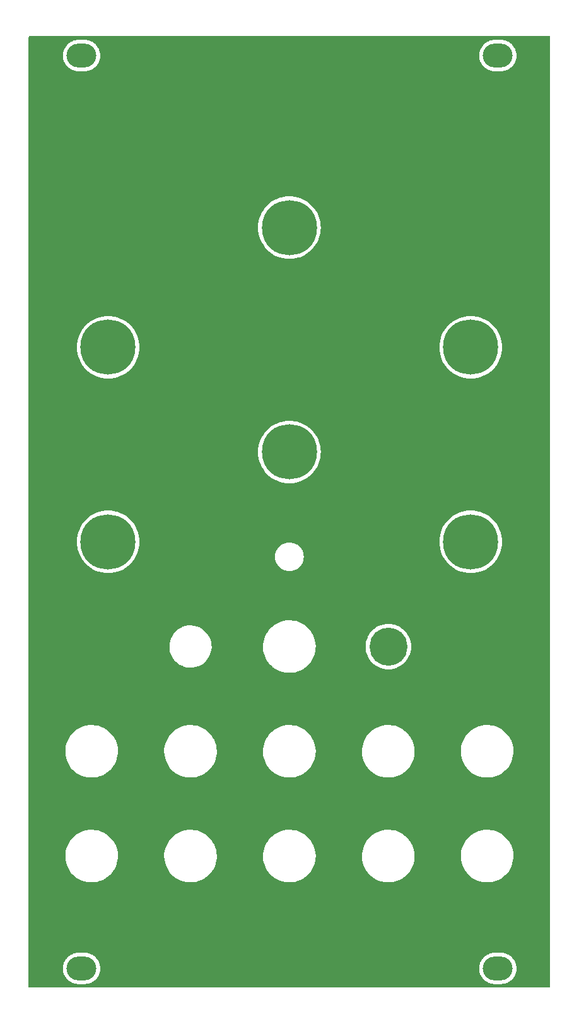
<source format=gtl>
%TF.GenerationSoftware,KiCad,Pcbnew,7.0.8*%
%TF.CreationDate,2024-02-26T10:38:44-05:00*%
%TF.ProjectId,lichen-medium-panel,6c696368-656e-42d6-9d65-6469756d2d70,1.0*%
%TF.SameCoordinates,Original*%
%TF.FileFunction,Copper,L1,Top*%
%TF.FilePolarity,Positive*%
%FSLAX46Y46*%
G04 Gerber Fmt 4.6, Leading zero omitted, Abs format (unit mm)*
G04 Created by KiCad (PCBNEW 7.0.8) date 2024-02-26 10:38:44*
%MOMM*%
%LPD*%
G01*
G04 APERTURE LIST*
G04 Aperture macros list*
%AMRoundRect*
0 Rectangle with rounded corners*
0 $1 Rounding radius*
0 $2 $3 $4 $5 $6 $7 $8 $9 X,Y pos of 4 corners*
0 Add a 4 corners polygon primitive as box body*
4,1,4,$2,$3,$4,$5,$6,$7,$8,$9,$2,$3,0*
0 Add four circle primitives for the rounded corners*
1,1,$1+$1,$2,$3*
1,1,$1+$1,$4,$5*
1,1,$1+$1,$6,$7*
1,1,$1+$1,$8,$9*
0 Add four rect primitives between the rounded corners*
20,1,$1+$1,$2,$3,$4,$5,0*
20,1,$1+$1,$4,$5,$6,$7,0*
20,1,$1+$1,$6,$7,$8,$9,0*
20,1,$1+$1,$8,$9,$2,$3,0*%
G04 Aperture macros list end*
%TA.AperFunction,WasherPad*%
%ADD10C,5.100000*%
%TD*%
%TA.AperFunction,WasherPad*%
%ADD11C,7.400000*%
%TD*%
%TA.AperFunction,WasherPad*%
%ADD12RoundRect,1.600000X-0.400000X0.000000X0.400000X0.000000X0.400000X0.000000X-0.400000X0.000000X0*%
%TD*%
%TA.AperFunction,WasherPad*%
%ADD13RoundRect,1.600000X0.400000X0.000000X-0.400000X0.000000X-0.400000X0.000000X0.400000X0.000000X0*%
%TD*%
G04 APERTURE END LIST*
D10*
%TO.P,BUTTON,*%
%TO.N,*%
X148675000Y-182321000D03*
%TD*%
D11*
%TO.P,POT2,*%
%TO.N,*%
X111063000Y-142163000D03*
%TD*%
D12*
%TO.P, ,*%
%TO.N,*%
X107500000Y-225500000D03*
%TD*%
D13*
%TO.P, ,*%
%TO.N,*%
X163380000Y-103000000D03*
%TD*%
D11*
%TO.P,POT1,*%
%TO.N,*%
X135400000Y-126102000D03*
%TD*%
%TO.P,POT6,*%
%TO.N,*%
X159737000Y-168265000D03*
%TD*%
D12*
%TO.P, ,*%
%TO.N,*%
X107500000Y-103000000D03*
%TD*%
D11*
%TO.P,POT5,*%
%TO.N,*%
X111063000Y-168265000D03*
%TD*%
%TO.P,POT3,*%
%TO.N,*%
X159737000Y-142163000D03*
%TD*%
%TO.P,POT4,*%
%TO.N,*%
X135400000Y-156219000D03*
%TD*%
D13*
%TO.P, ,*%
%TO.N,*%
X163380000Y-225500000D03*
%TD*%
%TA.AperFunction,NonConductor*%
G36*
X170342539Y-100420185D02*
G01*
X170388294Y-100472989D01*
X170399500Y-100524500D01*
X170399500Y-227975500D01*
X170379815Y-228042539D01*
X170327011Y-228088294D01*
X170275500Y-228099500D01*
X100524500Y-228099500D01*
X100457461Y-228079815D01*
X100411706Y-228027011D01*
X100400500Y-227975500D01*
X100400500Y-225643679D01*
X104999500Y-225643679D01*
X104999985Y-225647210D01*
X105003059Y-225669574D01*
X105003553Y-225674826D01*
X105005630Y-225715304D01*
X105005631Y-225715321D01*
X105023949Y-225821557D01*
X105038629Y-225928359D01*
X105047482Y-225959961D01*
X105048879Y-225966153D01*
X105054453Y-225998480D01*
X105054455Y-225998486D01*
X105087070Y-226101248D01*
X105116156Y-226205058D01*
X105116157Y-226205060D01*
X105129226Y-226235149D01*
X105131454Y-226241094D01*
X105141383Y-226272375D01*
X105141385Y-226272381D01*
X105187685Y-226369736D01*
X105230636Y-226468619D01*
X105230636Y-226468620D01*
X105247691Y-226496667D01*
X105250706Y-226502251D01*
X105264799Y-226531882D01*
X105323927Y-226622030D01*
X105379945Y-226714147D01*
X105392771Y-226729912D01*
X105400653Y-226739601D01*
X105404395Y-226744714D01*
X105422400Y-226772164D01*
X105422402Y-226772167D01*
X105493250Y-226853418D01*
X105561289Y-226937050D01*
X105561291Y-226937052D01*
X105561292Y-226937053D01*
X105585270Y-226959447D01*
X105585278Y-226959454D01*
X105589681Y-226964010D01*
X105611252Y-226988748D01*
X105692497Y-227059590D01*
X105771296Y-227133184D01*
X105771298Y-227133185D01*
X105771302Y-227133189D01*
X105798108Y-227152110D01*
X105803104Y-227156035D01*
X105803109Y-227156039D01*
X105827836Y-227177600D01*
X105917990Y-227236732D01*
X106006064Y-227298901D01*
X106006068Y-227298903D01*
X106035195Y-227313995D01*
X106040675Y-227317200D01*
X106068118Y-227335201D01*
X106165488Y-227381508D01*
X106261203Y-227431104D01*
X106283877Y-227439162D01*
X106292118Y-227442091D01*
X106297986Y-227444522D01*
X106308247Y-227449401D01*
X106327622Y-227458616D01*
X106430384Y-227491231D01*
X106531968Y-227527334D01*
X106531969Y-227527334D01*
X106531971Y-227527335D01*
X106540342Y-227529074D01*
X106564109Y-227534013D01*
X106570221Y-227535613D01*
X106601514Y-227545545D01*
X106707758Y-227563863D01*
X106813314Y-227585798D01*
X106846046Y-227588037D01*
X106852347Y-227588793D01*
X106884692Y-227594370D01*
X106934513Y-227596924D01*
X107004257Y-227600500D01*
X107004264Y-227600500D01*
X107995743Y-227600500D01*
X108115302Y-227594371D01*
X108147643Y-227588795D01*
X108153952Y-227588037D01*
X108163878Y-227587357D01*
X108186686Y-227585798D01*
X108292241Y-227563863D01*
X108398486Y-227545545D01*
X108429765Y-227535617D01*
X108435891Y-227534012D01*
X108468032Y-227527334D01*
X108569615Y-227491231D01*
X108672378Y-227458616D01*
X108702028Y-227444514D01*
X108707865Y-227442096D01*
X108738797Y-227431104D01*
X108834511Y-227381508D01*
X108931882Y-227335201D01*
X108959324Y-227317200D01*
X108964793Y-227314000D01*
X108993936Y-227298901D01*
X109082009Y-227236732D01*
X109172164Y-227177600D01*
X109196898Y-227156031D01*
X109201866Y-227152127D01*
X109228698Y-227133189D01*
X109307502Y-227059590D01*
X109388748Y-226988748D01*
X109410317Y-226964010D01*
X109414718Y-226959456D01*
X109438708Y-226937053D01*
X109506749Y-226853418D01*
X109577600Y-226772164D01*
X109595601Y-226744717D01*
X109599335Y-226739613D01*
X109620055Y-226714147D01*
X109676072Y-226622030D01*
X109735201Y-226531882D01*
X109749297Y-226502241D01*
X109752308Y-226496667D01*
X109762640Y-226479675D01*
X109769361Y-226468626D01*
X109769362Y-226468623D01*
X109812314Y-226369736D01*
X109858611Y-226272388D01*
X109858616Y-226272378D01*
X109868548Y-226241082D01*
X109870765Y-226235165D01*
X109883844Y-226205058D01*
X109912929Y-226101248D01*
X109945545Y-225998486D01*
X109951124Y-225966122D01*
X109952516Y-225959961D01*
X109961371Y-225928358D01*
X109976050Y-225821558D01*
X109994370Y-225715308D01*
X109996445Y-225674825D01*
X109996940Y-225669574D01*
X110000499Y-225643682D01*
X110000500Y-225643681D01*
X110000500Y-225643679D01*
X160879500Y-225643679D01*
X160879985Y-225647210D01*
X160883059Y-225669574D01*
X160883553Y-225674826D01*
X160885630Y-225715304D01*
X160885631Y-225715321D01*
X160903949Y-225821557D01*
X160918629Y-225928359D01*
X160927482Y-225959961D01*
X160928879Y-225966153D01*
X160934453Y-225998480D01*
X160934455Y-225998486D01*
X160967070Y-226101248D01*
X160996156Y-226205058D01*
X160996157Y-226205060D01*
X161009226Y-226235149D01*
X161011454Y-226241094D01*
X161021383Y-226272375D01*
X161021385Y-226272381D01*
X161067685Y-226369736D01*
X161110636Y-226468619D01*
X161110636Y-226468620D01*
X161127691Y-226496667D01*
X161130706Y-226502251D01*
X161144799Y-226531882D01*
X161203927Y-226622030D01*
X161259945Y-226714147D01*
X161272771Y-226729912D01*
X161280653Y-226739601D01*
X161284395Y-226744714D01*
X161302400Y-226772164D01*
X161302402Y-226772167D01*
X161373250Y-226853418D01*
X161441289Y-226937050D01*
X161441291Y-226937052D01*
X161441292Y-226937053D01*
X161465270Y-226959447D01*
X161465278Y-226959454D01*
X161469681Y-226964010D01*
X161491252Y-226988748D01*
X161572497Y-227059590D01*
X161651296Y-227133184D01*
X161651298Y-227133185D01*
X161651302Y-227133189D01*
X161678108Y-227152110D01*
X161683104Y-227156035D01*
X161683109Y-227156039D01*
X161707836Y-227177600D01*
X161797990Y-227236732D01*
X161886064Y-227298901D01*
X161886068Y-227298903D01*
X161915195Y-227313995D01*
X161920675Y-227317200D01*
X161948118Y-227335201D01*
X162045488Y-227381508D01*
X162141203Y-227431104D01*
X162163877Y-227439162D01*
X162172118Y-227442091D01*
X162177986Y-227444522D01*
X162188247Y-227449401D01*
X162207622Y-227458616D01*
X162310384Y-227491231D01*
X162411968Y-227527334D01*
X162411969Y-227527334D01*
X162411971Y-227527335D01*
X162420342Y-227529074D01*
X162444109Y-227534013D01*
X162450221Y-227535613D01*
X162481514Y-227545545D01*
X162587758Y-227563863D01*
X162693314Y-227585798D01*
X162726046Y-227588037D01*
X162732347Y-227588793D01*
X162764692Y-227594370D01*
X162814513Y-227596924D01*
X162884257Y-227600500D01*
X162884264Y-227600500D01*
X163875743Y-227600500D01*
X163995302Y-227594371D01*
X164027643Y-227588795D01*
X164033952Y-227588037D01*
X164043878Y-227587357D01*
X164066686Y-227585798D01*
X164172241Y-227563863D01*
X164278486Y-227545545D01*
X164309765Y-227535617D01*
X164315891Y-227534012D01*
X164348032Y-227527334D01*
X164449615Y-227491231D01*
X164552378Y-227458616D01*
X164582028Y-227444514D01*
X164587865Y-227442096D01*
X164618797Y-227431104D01*
X164714511Y-227381508D01*
X164811882Y-227335201D01*
X164839324Y-227317200D01*
X164844793Y-227314000D01*
X164873936Y-227298901D01*
X164962009Y-227236732D01*
X165052164Y-227177600D01*
X165076898Y-227156031D01*
X165081866Y-227152127D01*
X165108698Y-227133189D01*
X165187502Y-227059590D01*
X165268748Y-226988748D01*
X165290317Y-226964010D01*
X165294718Y-226959456D01*
X165318708Y-226937053D01*
X165386749Y-226853418D01*
X165457600Y-226772164D01*
X165475601Y-226744717D01*
X165479335Y-226739613D01*
X165500055Y-226714147D01*
X165556072Y-226622030D01*
X165615201Y-226531882D01*
X165629297Y-226502241D01*
X165632308Y-226496667D01*
X165642640Y-226479675D01*
X165649361Y-226468626D01*
X165649362Y-226468623D01*
X165692314Y-226369736D01*
X165738611Y-226272388D01*
X165738616Y-226272378D01*
X165748548Y-226241082D01*
X165750765Y-226235165D01*
X165763844Y-226205058D01*
X165792929Y-226101248D01*
X165825545Y-225998486D01*
X165831124Y-225966122D01*
X165832516Y-225959961D01*
X165841371Y-225928358D01*
X165856050Y-225821558D01*
X165874370Y-225715308D01*
X165876445Y-225674825D01*
X165876940Y-225669574D01*
X165880499Y-225643682D01*
X165880500Y-225643681D01*
X165880500Y-225356324D01*
X165876940Y-225330424D01*
X165876445Y-225325173D01*
X165874370Y-225284692D01*
X165856050Y-225178441D01*
X165841371Y-225071642D01*
X165832517Y-225040040D01*
X165831120Y-225033851D01*
X165825545Y-225001514D01*
X165792929Y-224898751D01*
X165763844Y-224794942D01*
X165750765Y-224764832D01*
X165748543Y-224758903D01*
X165738616Y-224727622D01*
X165692314Y-224630263D01*
X165649361Y-224531375D01*
X165632306Y-224503330D01*
X165629293Y-224497749D01*
X165615204Y-224468124D01*
X165615201Y-224468118D01*
X165556072Y-224377969D01*
X165500055Y-224285853D01*
X165479344Y-224260396D01*
X165475595Y-224255272D01*
X165457602Y-224227838D01*
X165386749Y-224146581D01*
X165318712Y-224062952D01*
X165318708Y-224062947D01*
X165294717Y-224040540D01*
X165290317Y-224035989D01*
X165268748Y-224011252D01*
X165187502Y-223940409D01*
X165108701Y-223866813D01*
X165104392Y-223863771D01*
X165081884Y-223847883D01*
X165076900Y-223843969D01*
X165052164Y-223822400D01*
X164962009Y-223763267D01*
X164873936Y-223701099D01*
X164844797Y-223686000D01*
X164839329Y-223682802D01*
X164811882Y-223664799D01*
X164811878Y-223664797D01*
X164811873Y-223664794D01*
X164714511Y-223618491D01*
X164618796Y-223568895D01*
X164618792Y-223568894D01*
X164587874Y-223557905D01*
X164582006Y-223555474D01*
X164552385Y-223541386D01*
X164552380Y-223541385D01*
X164552378Y-223541384D01*
X164449615Y-223508768D01*
X164348044Y-223472670D01*
X164348038Y-223472668D01*
X164348032Y-223472666D01*
X164315903Y-223465988D01*
X164309762Y-223464380D01*
X164278497Y-223454458D01*
X164278489Y-223454456D01*
X164278486Y-223454455D01*
X164278482Y-223454454D01*
X164278481Y-223454454D01*
X164172241Y-223436136D01*
X164066686Y-223414202D01*
X164066681Y-223414201D01*
X164066682Y-223414201D01*
X164033943Y-223411961D01*
X164027647Y-223411205D01*
X164014199Y-223408886D01*
X163995312Y-223405630D01*
X163995297Y-223405628D01*
X163875743Y-223399500D01*
X163875736Y-223399500D01*
X162884264Y-223399500D01*
X162884257Y-223399500D01*
X162764706Y-223405628D01*
X162764678Y-223405631D01*
X162732348Y-223411204D01*
X162726048Y-223411961D01*
X162693319Y-223414201D01*
X162587758Y-223436136D01*
X162481516Y-223454454D01*
X162481502Y-223454458D01*
X162450241Y-223464379D01*
X162444100Y-223465987D01*
X162411980Y-223472662D01*
X162411954Y-223472670D01*
X162310384Y-223508768D01*
X162207618Y-223541385D01*
X162177989Y-223555476D01*
X162172124Y-223557906D01*
X162141200Y-223568897D01*
X162045488Y-223618491D01*
X161948120Y-223664797D01*
X161948112Y-223664802D01*
X161920676Y-223682798D01*
X161915193Y-223686005D01*
X161886064Y-223701098D01*
X161797990Y-223763267D01*
X161707836Y-223822400D01*
X161707827Y-223822406D01*
X161683102Y-223843965D01*
X161678110Y-223847887D01*
X161651311Y-223866803D01*
X161651294Y-223866817D01*
X161572497Y-223940409D01*
X161491258Y-224011246D01*
X161491256Y-224011247D01*
X161469691Y-224035978D01*
X161465280Y-224040542D01*
X161441293Y-224062944D01*
X161441292Y-224062945D01*
X161373250Y-224146581D01*
X161302398Y-224227837D01*
X161302395Y-224227842D01*
X161284403Y-224255273D01*
X161280654Y-224260396D01*
X161259943Y-224285855D01*
X161259941Y-224285858D01*
X161203927Y-224377969D01*
X161144800Y-224468115D01*
X161130706Y-224497747D01*
X161127691Y-224503330D01*
X161110640Y-224531372D01*
X161067685Y-224630263D01*
X161021384Y-224727620D01*
X161021383Y-224727622D01*
X161011454Y-224758904D01*
X161009227Y-224764846D01*
X160996156Y-224794942D01*
X160967070Y-224898751D01*
X160934455Y-225001513D01*
X160928879Y-225033847D01*
X160927482Y-225040040D01*
X160918629Y-225071642D01*
X160918629Y-225071643D01*
X160903949Y-225178442D01*
X160885632Y-225284675D01*
X160885630Y-225284695D01*
X160883555Y-225325151D01*
X160883059Y-225330415D01*
X160879500Y-225356316D01*
X160879500Y-225643679D01*
X110000500Y-225643679D01*
X110000500Y-225356324D01*
X109996940Y-225330424D01*
X109996445Y-225325173D01*
X109994370Y-225284692D01*
X109976050Y-225178441D01*
X109961371Y-225071642D01*
X109952517Y-225040040D01*
X109951120Y-225033851D01*
X109945545Y-225001514D01*
X109912929Y-224898751D01*
X109883844Y-224794942D01*
X109870765Y-224764832D01*
X109868543Y-224758903D01*
X109858616Y-224727622D01*
X109812314Y-224630263D01*
X109769361Y-224531375D01*
X109752306Y-224503330D01*
X109749293Y-224497749D01*
X109735204Y-224468124D01*
X109735201Y-224468118D01*
X109676072Y-224377969D01*
X109620055Y-224285853D01*
X109599344Y-224260396D01*
X109595595Y-224255272D01*
X109577602Y-224227838D01*
X109506749Y-224146581D01*
X109438712Y-224062952D01*
X109438708Y-224062947D01*
X109414717Y-224040540D01*
X109410317Y-224035989D01*
X109388748Y-224011252D01*
X109307502Y-223940409D01*
X109228701Y-223866813D01*
X109224392Y-223863771D01*
X109201884Y-223847883D01*
X109196900Y-223843969D01*
X109172164Y-223822400D01*
X109082009Y-223763267D01*
X108993936Y-223701099D01*
X108964797Y-223686000D01*
X108959329Y-223682802D01*
X108931882Y-223664799D01*
X108931878Y-223664797D01*
X108931873Y-223664794D01*
X108834511Y-223618491D01*
X108738796Y-223568895D01*
X108738792Y-223568894D01*
X108707874Y-223557905D01*
X108702006Y-223555474D01*
X108672385Y-223541386D01*
X108672380Y-223541385D01*
X108672378Y-223541384D01*
X108569615Y-223508768D01*
X108468044Y-223472670D01*
X108468038Y-223472668D01*
X108468032Y-223472666D01*
X108435903Y-223465988D01*
X108429762Y-223464380D01*
X108398497Y-223454458D01*
X108398489Y-223454456D01*
X108398486Y-223454455D01*
X108398482Y-223454454D01*
X108398481Y-223454454D01*
X108292241Y-223436136D01*
X108186686Y-223414202D01*
X108186681Y-223414201D01*
X108186682Y-223414201D01*
X108153943Y-223411961D01*
X108147647Y-223411205D01*
X108134199Y-223408886D01*
X108115312Y-223405630D01*
X108115297Y-223405628D01*
X107995743Y-223399500D01*
X107995736Y-223399500D01*
X107004264Y-223399500D01*
X107004257Y-223399500D01*
X106884706Y-223405628D01*
X106884678Y-223405631D01*
X106852348Y-223411204D01*
X106846048Y-223411961D01*
X106813319Y-223414201D01*
X106707758Y-223436136D01*
X106601516Y-223454454D01*
X106601502Y-223454458D01*
X106570241Y-223464379D01*
X106564100Y-223465987D01*
X106531980Y-223472662D01*
X106531954Y-223472670D01*
X106430384Y-223508768D01*
X106327618Y-223541385D01*
X106297989Y-223555476D01*
X106292124Y-223557906D01*
X106261200Y-223568897D01*
X106165488Y-223618491D01*
X106068120Y-223664797D01*
X106068112Y-223664802D01*
X106040676Y-223682798D01*
X106035193Y-223686005D01*
X106006064Y-223701098D01*
X105917990Y-223763267D01*
X105827836Y-223822400D01*
X105827827Y-223822406D01*
X105803102Y-223843965D01*
X105798110Y-223847887D01*
X105771311Y-223866803D01*
X105771294Y-223866817D01*
X105692497Y-223940409D01*
X105611258Y-224011246D01*
X105611256Y-224011247D01*
X105589691Y-224035978D01*
X105585280Y-224040542D01*
X105561293Y-224062944D01*
X105561292Y-224062945D01*
X105493250Y-224146581D01*
X105422398Y-224227837D01*
X105422395Y-224227842D01*
X105404403Y-224255273D01*
X105400654Y-224260396D01*
X105379943Y-224285855D01*
X105379941Y-224285858D01*
X105323927Y-224377969D01*
X105264800Y-224468115D01*
X105250706Y-224497747D01*
X105247691Y-224503330D01*
X105230640Y-224531372D01*
X105187685Y-224630263D01*
X105141384Y-224727620D01*
X105141383Y-224727622D01*
X105131454Y-224758904D01*
X105129227Y-224764846D01*
X105116156Y-224794942D01*
X105087070Y-224898751D01*
X105054455Y-225001513D01*
X105048879Y-225033847D01*
X105047482Y-225040040D01*
X105038629Y-225071642D01*
X105038629Y-225071643D01*
X105023949Y-225178442D01*
X105005632Y-225284675D01*
X105005630Y-225284695D01*
X105003555Y-225325151D01*
X105003059Y-225330415D01*
X104999500Y-225356316D01*
X104999500Y-225643679D01*
X100400500Y-225643679D01*
X100400500Y-210524112D01*
X105315742Y-210524112D01*
X105345768Y-210899258D01*
X105415500Y-211269077D01*
X105524143Y-211629383D01*
X105670473Y-211976108D01*
X105852824Y-212305307D01*
X106069127Y-212613251D01*
X106069133Y-212613258D01*
X106069138Y-212613265D01*
X106316959Y-212896484D01*
X106593481Y-213151757D01*
X106895569Y-213376191D01*
X107219802Y-213567243D01*
X107562506Y-213722749D01*
X107919798Y-213840947D01*
X108287629Y-213920498D01*
X108661832Y-213960500D01*
X108944019Y-213960500D01*
X108944021Y-213960500D01*
X109027347Y-213956058D01*
X109225788Y-213945483D01*
X109225792Y-213945482D01*
X109225802Y-213945482D01*
X109597346Y-213885620D01*
X109960422Y-213786606D01*
X110310916Y-213649559D01*
X110644858Y-213476034D01*
X110958463Y-213267996D01*
X111248179Y-213027802D01*
X111510722Y-212758174D01*
X111743118Y-212462167D01*
X111942735Y-212143135D01*
X112107309Y-211804692D01*
X112234976Y-211450674D01*
X112324291Y-211085090D01*
X112374240Y-210712085D01*
X112379246Y-210524112D01*
X118590742Y-210524112D01*
X118620768Y-210899258D01*
X118690500Y-211269077D01*
X118799143Y-211629383D01*
X118945473Y-211976108D01*
X119127824Y-212305307D01*
X119344127Y-212613251D01*
X119344133Y-212613258D01*
X119344138Y-212613265D01*
X119591959Y-212896484D01*
X119868481Y-213151757D01*
X120170569Y-213376191D01*
X120494802Y-213567243D01*
X120837506Y-213722749D01*
X121194798Y-213840947D01*
X121562629Y-213920498D01*
X121936832Y-213960500D01*
X122219019Y-213960500D01*
X122219021Y-213960500D01*
X122302347Y-213956058D01*
X122500788Y-213945483D01*
X122500792Y-213945482D01*
X122500802Y-213945482D01*
X122872346Y-213885620D01*
X123235422Y-213786606D01*
X123585916Y-213649559D01*
X123919858Y-213476034D01*
X124233463Y-213267996D01*
X124523179Y-213027802D01*
X124785722Y-212758174D01*
X125018118Y-212462167D01*
X125217735Y-212143135D01*
X125382309Y-211804692D01*
X125509976Y-211450674D01*
X125599291Y-211085090D01*
X125649240Y-210712085D01*
X125654246Y-210524112D01*
X131865742Y-210524112D01*
X131895768Y-210899258D01*
X131965500Y-211269077D01*
X132074143Y-211629383D01*
X132220473Y-211976108D01*
X132402824Y-212305307D01*
X132619127Y-212613251D01*
X132619133Y-212613258D01*
X132619138Y-212613265D01*
X132866959Y-212896484D01*
X133143481Y-213151757D01*
X133445569Y-213376191D01*
X133769802Y-213567243D01*
X134112506Y-213722749D01*
X134469798Y-213840947D01*
X134837629Y-213920498D01*
X135211832Y-213960500D01*
X135494019Y-213960500D01*
X135494021Y-213960500D01*
X135577347Y-213956058D01*
X135775788Y-213945483D01*
X135775792Y-213945482D01*
X135775802Y-213945482D01*
X136147346Y-213885620D01*
X136510422Y-213786606D01*
X136860916Y-213649559D01*
X137194858Y-213476034D01*
X137508463Y-213267996D01*
X137798179Y-213027802D01*
X138060722Y-212758174D01*
X138293118Y-212462167D01*
X138492735Y-212143135D01*
X138657309Y-211804692D01*
X138784976Y-211450674D01*
X138874291Y-211085090D01*
X138924240Y-210712085D01*
X138929246Y-210524112D01*
X145140742Y-210524112D01*
X145170768Y-210899258D01*
X145240500Y-211269077D01*
X145349143Y-211629383D01*
X145495473Y-211976108D01*
X145677824Y-212305307D01*
X145894127Y-212613251D01*
X145894133Y-212613258D01*
X145894138Y-212613265D01*
X146141959Y-212896484D01*
X146418481Y-213151757D01*
X146720569Y-213376191D01*
X147044802Y-213567243D01*
X147387506Y-213722749D01*
X147744798Y-213840947D01*
X148112629Y-213920498D01*
X148486832Y-213960500D01*
X148769019Y-213960500D01*
X148769021Y-213960500D01*
X148852347Y-213956058D01*
X149050788Y-213945483D01*
X149050792Y-213945482D01*
X149050802Y-213945482D01*
X149422346Y-213885620D01*
X149785422Y-213786606D01*
X150135916Y-213649559D01*
X150469858Y-213476034D01*
X150783463Y-213267996D01*
X151073179Y-213027802D01*
X151335722Y-212758174D01*
X151568118Y-212462167D01*
X151767735Y-212143135D01*
X151932309Y-211804692D01*
X152059976Y-211450674D01*
X152149291Y-211085090D01*
X152199240Y-210712085D01*
X152204246Y-210524112D01*
X158415742Y-210524112D01*
X158445768Y-210899258D01*
X158515500Y-211269077D01*
X158624143Y-211629383D01*
X158770473Y-211976108D01*
X158952824Y-212305307D01*
X159169127Y-212613251D01*
X159169133Y-212613258D01*
X159169138Y-212613265D01*
X159416959Y-212896484D01*
X159693481Y-213151757D01*
X159995569Y-213376191D01*
X160319802Y-213567243D01*
X160662506Y-213722749D01*
X161019798Y-213840947D01*
X161387629Y-213920498D01*
X161761832Y-213960500D01*
X162044019Y-213960500D01*
X162044021Y-213960500D01*
X162127347Y-213956058D01*
X162325788Y-213945483D01*
X162325792Y-213945482D01*
X162325802Y-213945482D01*
X162697346Y-213885620D01*
X163060422Y-213786606D01*
X163410916Y-213649559D01*
X163744858Y-213476034D01*
X164058463Y-213267996D01*
X164348179Y-213027802D01*
X164610722Y-212758174D01*
X164843118Y-212462167D01*
X165042735Y-212143135D01*
X165207309Y-211804692D01*
X165334976Y-211450674D01*
X165424291Y-211085090D01*
X165474240Y-210712085D01*
X165484258Y-210335883D01*
X165454232Y-209960747D01*
X165384501Y-209590929D01*
X165275856Y-209230617D01*
X165129528Y-208883895D01*
X165037006Y-208716865D01*
X164947175Y-208554692D01*
X164730872Y-208246748D01*
X164730867Y-208246742D01*
X164730862Y-208246735D01*
X164483041Y-207963516D01*
X164206519Y-207708243D01*
X164206517Y-207708241D01*
X163904435Y-207483812D01*
X163904431Y-207483809D01*
X163580198Y-207292757D01*
X163237494Y-207137251D01*
X163237491Y-207137250D01*
X163237489Y-207137249D01*
X162880215Y-207019057D01*
X162880210Y-207019055D01*
X162880202Y-207019053D01*
X162512371Y-206939502D01*
X162512369Y-206939501D01*
X162512367Y-206939501D01*
X162138168Y-206899500D01*
X161855979Y-206899500D01*
X161834735Y-206900632D01*
X161574211Y-206914516D01*
X161574185Y-206914519D01*
X161202656Y-206974379D01*
X161202653Y-206974380D01*
X160839577Y-207073394D01*
X160676265Y-207137251D01*
X160489084Y-207210441D01*
X160489082Y-207210441D01*
X160489082Y-207210442D01*
X160155141Y-207383966D01*
X159841542Y-207591999D01*
X159841533Y-207592006D01*
X159551831Y-207832188D01*
X159551817Y-207832201D01*
X159289274Y-208101829D01*
X159056889Y-208397822D01*
X159056884Y-208397829D01*
X158857267Y-208716862D01*
X158857259Y-208716876D01*
X158692688Y-209055313D01*
X158565022Y-209409331D01*
X158475709Y-209774906D01*
X158475708Y-209774914D01*
X158425761Y-210147908D01*
X158425759Y-210147924D01*
X158415742Y-210524112D01*
X152204246Y-210524112D01*
X152209258Y-210335883D01*
X152179232Y-209960747D01*
X152109501Y-209590929D01*
X152000856Y-209230617D01*
X151854528Y-208883895D01*
X151762006Y-208716865D01*
X151672175Y-208554692D01*
X151455872Y-208246748D01*
X151455867Y-208246742D01*
X151455862Y-208246735D01*
X151208041Y-207963516D01*
X150931519Y-207708243D01*
X150931517Y-207708241D01*
X150629435Y-207483812D01*
X150629431Y-207483809D01*
X150305198Y-207292757D01*
X149962494Y-207137251D01*
X149962491Y-207137250D01*
X149962489Y-207137249D01*
X149605215Y-207019057D01*
X149605210Y-207019055D01*
X149605202Y-207019053D01*
X149237371Y-206939502D01*
X149237369Y-206939501D01*
X149237367Y-206939501D01*
X148863168Y-206899500D01*
X148580979Y-206899500D01*
X148559735Y-206900632D01*
X148299211Y-206914516D01*
X148299185Y-206914519D01*
X147927656Y-206974379D01*
X147927653Y-206974380D01*
X147564577Y-207073394D01*
X147401265Y-207137251D01*
X147214084Y-207210441D01*
X147214082Y-207210441D01*
X147214082Y-207210442D01*
X146880141Y-207383966D01*
X146566542Y-207591999D01*
X146566533Y-207592006D01*
X146276831Y-207832188D01*
X146276817Y-207832201D01*
X146014274Y-208101829D01*
X145781889Y-208397822D01*
X145781884Y-208397829D01*
X145582267Y-208716862D01*
X145582259Y-208716876D01*
X145417688Y-209055313D01*
X145290022Y-209409331D01*
X145200709Y-209774906D01*
X145200708Y-209774914D01*
X145150761Y-210147908D01*
X145150759Y-210147924D01*
X145140742Y-210524112D01*
X138929246Y-210524112D01*
X138934258Y-210335883D01*
X138904232Y-209960747D01*
X138834501Y-209590929D01*
X138725856Y-209230617D01*
X138579528Y-208883895D01*
X138487006Y-208716865D01*
X138397175Y-208554692D01*
X138180872Y-208246748D01*
X138180867Y-208246742D01*
X138180862Y-208246735D01*
X137933041Y-207963516D01*
X137656519Y-207708243D01*
X137656517Y-207708241D01*
X137354435Y-207483812D01*
X137354431Y-207483809D01*
X137030198Y-207292757D01*
X136687494Y-207137251D01*
X136687491Y-207137250D01*
X136687489Y-207137249D01*
X136330215Y-207019057D01*
X136330210Y-207019055D01*
X136330202Y-207019053D01*
X135962371Y-206939502D01*
X135962369Y-206939501D01*
X135962367Y-206939501D01*
X135588168Y-206899500D01*
X135305979Y-206899500D01*
X135284735Y-206900632D01*
X135024211Y-206914516D01*
X135024185Y-206914519D01*
X134652656Y-206974379D01*
X134652653Y-206974380D01*
X134289577Y-207073394D01*
X134126265Y-207137251D01*
X133939084Y-207210441D01*
X133939082Y-207210441D01*
X133939082Y-207210442D01*
X133605141Y-207383966D01*
X133291542Y-207591999D01*
X133291533Y-207592006D01*
X133001831Y-207832188D01*
X133001817Y-207832201D01*
X132739274Y-208101829D01*
X132506889Y-208397822D01*
X132506884Y-208397829D01*
X132307267Y-208716862D01*
X132307259Y-208716876D01*
X132142688Y-209055313D01*
X132015022Y-209409331D01*
X131925709Y-209774906D01*
X131925708Y-209774914D01*
X131875761Y-210147908D01*
X131875759Y-210147924D01*
X131865742Y-210524112D01*
X125654246Y-210524112D01*
X125659258Y-210335883D01*
X125629232Y-209960747D01*
X125559501Y-209590929D01*
X125450856Y-209230617D01*
X125304528Y-208883895D01*
X125212006Y-208716865D01*
X125122175Y-208554692D01*
X124905872Y-208246748D01*
X124905867Y-208246742D01*
X124905862Y-208246735D01*
X124658041Y-207963516D01*
X124381519Y-207708243D01*
X124381517Y-207708241D01*
X124079435Y-207483812D01*
X124079431Y-207483809D01*
X123755198Y-207292757D01*
X123412494Y-207137251D01*
X123412491Y-207137250D01*
X123412489Y-207137249D01*
X123055215Y-207019057D01*
X123055210Y-207019055D01*
X123055202Y-207019053D01*
X122687371Y-206939502D01*
X122687369Y-206939501D01*
X122687367Y-206939501D01*
X122313168Y-206899500D01*
X122030979Y-206899500D01*
X122009735Y-206900632D01*
X121749211Y-206914516D01*
X121749185Y-206914519D01*
X121377656Y-206974379D01*
X121377653Y-206974380D01*
X121014577Y-207073394D01*
X120851265Y-207137251D01*
X120664084Y-207210441D01*
X120664082Y-207210441D01*
X120664082Y-207210442D01*
X120330141Y-207383966D01*
X120016542Y-207591999D01*
X120016533Y-207592006D01*
X119726831Y-207832188D01*
X119726817Y-207832201D01*
X119464274Y-208101829D01*
X119231889Y-208397822D01*
X119231884Y-208397829D01*
X119032267Y-208716862D01*
X119032259Y-208716876D01*
X118867688Y-209055313D01*
X118740022Y-209409331D01*
X118650709Y-209774906D01*
X118650708Y-209774914D01*
X118600761Y-210147908D01*
X118600759Y-210147924D01*
X118590742Y-210524112D01*
X112379246Y-210524112D01*
X112384258Y-210335883D01*
X112354232Y-209960747D01*
X112284501Y-209590929D01*
X112175856Y-209230617D01*
X112029528Y-208883895D01*
X111937006Y-208716865D01*
X111847175Y-208554692D01*
X111630872Y-208246748D01*
X111630867Y-208246742D01*
X111630862Y-208246735D01*
X111383041Y-207963516D01*
X111106519Y-207708243D01*
X111106517Y-207708241D01*
X110804435Y-207483812D01*
X110804431Y-207483809D01*
X110480198Y-207292757D01*
X110137494Y-207137251D01*
X110137491Y-207137250D01*
X110137489Y-207137249D01*
X109780215Y-207019057D01*
X109780210Y-207019055D01*
X109780202Y-207019053D01*
X109412371Y-206939502D01*
X109412369Y-206939501D01*
X109412367Y-206939501D01*
X109038168Y-206899500D01*
X108755979Y-206899500D01*
X108734735Y-206900632D01*
X108474211Y-206914516D01*
X108474185Y-206914519D01*
X108102656Y-206974379D01*
X108102653Y-206974380D01*
X107739577Y-207073394D01*
X107576265Y-207137251D01*
X107389084Y-207210441D01*
X107389082Y-207210441D01*
X107389082Y-207210442D01*
X107055141Y-207383966D01*
X106741542Y-207591999D01*
X106741533Y-207592006D01*
X106451831Y-207832188D01*
X106451817Y-207832201D01*
X106189274Y-208101829D01*
X105956889Y-208397822D01*
X105956884Y-208397829D01*
X105757267Y-208716862D01*
X105757259Y-208716876D01*
X105592688Y-209055313D01*
X105465022Y-209409331D01*
X105375709Y-209774906D01*
X105375708Y-209774914D01*
X105325761Y-210147908D01*
X105325759Y-210147924D01*
X105315742Y-210524112D01*
X100400500Y-210524112D01*
X100400500Y-196469112D01*
X105315742Y-196469112D01*
X105345768Y-196844258D01*
X105415500Y-197214077D01*
X105524143Y-197574383D01*
X105670473Y-197921108D01*
X105852824Y-198250307D01*
X106069127Y-198558251D01*
X106069133Y-198558258D01*
X106069138Y-198558265D01*
X106316959Y-198841484D01*
X106593481Y-199096757D01*
X106895569Y-199321191D01*
X107219802Y-199512243D01*
X107562506Y-199667749D01*
X107919798Y-199785947D01*
X108287629Y-199865498D01*
X108661832Y-199905500D01*
X108944019Y-199905500D01*
X108944021Y-199905500D01*
X109027347Y-199901058D01*
X109225788Y-199890483D01*
X109225792Y-199890482D01*
X109225802Y-199890482D01*
X109597346Y-199830620D01*
X109960422Y-199731606D01*
X110310916Y-199594559D01*
X110644858Y-199421034D01*
X110958463Y-199212996D01*
X111248179Y-198972802D01*
X111510722Y-198703174D01*
X111743118Y-198407167D01*
X111942735Y-198088135D01*
X112107309Y-197749692D01*
X112234976Y-197395674D01*
X112324291Y-197030090D01*
X112374240Y-196657085D01*
X112379246Y-196469112D01*
X118590742Y-196469112D01*
X118620768Y-196844258D01*
X118690500Y-197214077D01*
X118799143Y-197574383D01*
X118945473Y-197921108D01*
X119127824Y-198250307D01*
X119344127Y-198558251D01*
X119344133Y-198558258D01*
X119344138Y-198558265D01*
X119591959Y-198841484D01*
X119868481Y-199096757D01*
X120170569Y-199321191D01*
X120494802Y-199512243D01*
X120837506Y-199667749D01*
X121194798Y-199785947D01*
X121562629Y-199865498D01*
X121936832Y-199905500D01*
X122219019Y-199905500D01*
X122219021Y-199905500D01*
X122302347Y-199901058D01*
X122500788Y-199890483D01*
X122500792Y-199890482D01*
X122500802Y-199890482D01*
X122872346Y-199830620D01*
X123235422Y-199731606D01*
X123585916Y-199594559D01*
X123919858Y-199421034D01*
X124233463Y-199212996D01*
X124523179Y-198972802D01*
X124785722Y-198703174D01*
X125018118Y-198407167D01*
X125217735Y-198088135D01*
X125382309Y-197749692D01*
X125509976Y-197395674D01*
X125599291Y-197030090D01*
X125649240Y-196657085D01*
X125654246Y-196469112D01*
X131865742Y-196469112D01*
X131895768Y-196844258D01*
X131965500Y-197214077D01*
X132074143Y-197574383D01*
X132220473Y-197921108D01*
X132402824Y-198250307D01*
X132619127Y-198558251D01*
X132619133Y-198558258D01*
X132619138Y-198558265D01*
X132866959Y-198841484D01*
X133143481Y-199096757D01*
X133445569Y-199321191D01*
X133769802Y-199512243D01*
X134112506Y-199667749D01*
X134469798Y-199785947D01*
X134837629Y-199865498D01*
X135211832Y-199905500D01*
X135494019Y-199905500D01*
X135494021Y-199905500D01*
X135577347Y-199901058D01*
X135775788Y-199890483D01*
X135775792Y-199890482D01*
X135775802Y-199890482D01*
X136147346Y-199830620D01*
X136510422Y-199731606D01*
X136860916Y-199594559D01*
X137194858Y-199421034D01*
X137508463Y-199212996D01*
X137798179Y-198972802D01*
X138060722Y-198703174D01*
X138293118Y-198407167D01*
X138492735Y-198088135D01*
X138657309Y-197749692D01*
X138784976Y-197395674D01*
X138874291Y-197030090D01*
X138924240Y-196657085D01*
X138929246Y-196469112D01*
X145140742Y-196469112D01*
X145170768Y-196844258D01*
X145240500Y-197214077D01*
X145349143Y-197574383D01*
X145495473Y-197921108D01*
X145677824Y-198250307D01*
X145894127Y-198558251D01*
X145894133Y-198558258D01*
X145894138Y-198558265D01*
X146141959Y-198841484D01*
X146418481Y-199096757D01*
X146720569Y-199321191D01*
X147044802Y-199512243D01*
X147387506Y-199667749D01*
X147744798Y-199785947D01*
X148112629Y-199865498D01*
X148486832Y-199905500D01*
X148769019Y-199905500D01*
X148769021Y-199905500D01*
X148852347Y-199901058D01*
X149050788Y-199890483D01*
X149050792Y-199890482D01*
X149050802Y-199890482D01*
X149422346Y-199830620D01*
X149785422Y-199731606D01*
X150135916Y-199594559D01*
X150469858Y-199421034D01*
X150783463Y-199212996D01*
X151073179Y-198972802D01*
X151335722Y-198703174D01*
X151568118Y-198407167D01*
X151767735Y-198088135D01*
X151932309Y-197749692D01*
X152059976Y-197395674D01*
X152149291Y-197030090D01*
X152199240Y-196657085D01*
X152204246Y-196469112D01*
X158415742Y-196469112D01*
X158445768Y-196844258D01*
X158515500Y-197214077D01*
X158624143Y-197574383D01*
X158770473Y-197921108D01*
X158952824Y-198250307D01*
X159169127Y-198558251D01*
X159169133Y-198558258D01*
X159169138Y-198558265D01*
X159416959Y-198841484D01*
X159693481Y-199096757D01*
X159995569Y-199321191D01*
X160319802Y-199512243D01*
X160662506Y-199667749D01*
X161019798Y-199785947D01*
X161387629Y-199865498D01*
X161761832Y-199905500D01*
X162044019Y-199905500D01*
X162044021Y-199905500D01*
X162127347Y-199901058D01*
X162325788Y-199890483D01*
X162325792Y-199890482D01*
X162325802Y-199890482D01*
X162697346Y-199830620D01*
X163060422Y-199731606D01*
X163410916Y-199594559D01*
X163744858Y-199421034D01*
X164058463Y-199212996D01*
X164348179Y-198972802D01*
X164610722Y-198703174D01*
X164843118Y-198407167D01*
X165042735Y-198088135D01*
X165207309Y-197749692D01*
X165334976Y-197395674D01*
X165424291Y-197030090D01*
X165474240Y-196657085D01*
X165484258Y-196280883D01*
X165454232Y-195905747D01*
X165384501Y-195535929D01*
X165275856Y-195175617D01*
X165129528Y-194828895D01*
X165037006Y-194661865D01*
X164947175Y-194499692D01*
X164730872Y-194191748D01*
X164730867Y-194191742D01*
X164730862Y-194191735D01*
X164483041Y-193908516D01*
X164206519Y-193653243D01*
X164206517Y-193653241D01*
X163904435Y-193428812D01*
X163904431Y-193428809D01*
X163580198Y-193237757D01*
X163237494Y-193082251D01*
X163237491Y-193082250D01*
X163237489Y-193082249D01*
X162880215Y-192964057D01*
X162880210Y-192964055D01*
X162880202Y-192964053D01*
X162512371Y-192884502D01*
X162512369Y-192884501D01*
X162512367Y-192884501D01*
X162138168Y-192844500D01*
X161855979Y-192844500D01*
X161834735Y-192845632D01*
X161574211Y-192859516D01*
X161574185Y-192859519D01*
X161202656Y-192919379D01*
X161202653Y-192919380D01*
X160839577Y-193018394D01*
X160676265Y-193082251D01*
X160489084Y-193155441D01*
X160489082Y-193155441D01*
X160489082Y-193155442D01*
X160155141Y-193328966D01*
X159841542Y-193536999D01*
X159841533Y-193537006D01*
X159551831Y-193777188D01*
X159551817Y-193777201D01*
X159289274Y-194046829D01*
X159056889Y-194342822D01*
X159056884Y-194342829D01*
X158857267Y-194661862D01*
X158857259Y-194661876D01*
X158692688Y-195000313D01*
X158565022Y-195354331D01*
X158475709Y-195719906D01*
X158475708Y-195719914D01*
X158425761Y-196092908D01*
X158425759Y-196092924D01*
X158415742Y-196469112D01*
X152204246Y-196469112D01*
X152209258Y-196280883D01*
X152179232Y-195905747D01*
X152109501Y-195535929D01*
X152000856Y-195175617D01*
X151854528Y-194828895D01*
X151762006Y-194661865D01*
X151672175Y-194499692D01*
X151455872Y-194191748D01*
X151455867Y-194191742D01*
X151455862Y-194191735D01*
X151208041Y-193908516D01*
X150931519Y-193653243D01*
X150931517Y-193653241D01*
X150629435Y-193428812D01*
X150629431Y-193428809D01*
X150305198Y-193237757D01*
X149962494Y-193082251D01*
X149962491Y-193082250D01*
X149962489Y-193082249D01*
X149605215Y-192964057D01*
X149605210Y-192964055D01*
X149605202Y-192964053D01*
X149237371Y-192884502D01*
X149237369Y-192884501D01*
X149237367Y-192884501D01*
X148863168Y-192844500D01*
X148580979Y-192844500D01*
X148559735Y-192845632D01*
X148299211Y-192859516D01*
X148299185Y-192859519D01*
X147927656Y-192919379D01*
X147927653Y-192919380D01*
X147564577Y-193018394D01*
X147401265Y-193082251D01*
X147214084Y-193155441D01*
X147214082Y-193155441D01*
X147214082Y-193155442D01*
X146880141Y-193328966D01*
X146566542Y-193536999D01*
X146566533Y-193537006D01*
X146276831Y-193777188D01*
X146276817Y-193777201D01*
X146014274Y-194046829D01*
X145781889Y-194342822D01*
X145781884Y-194342829D01*
X145582267Y-194661862D01*
X145582259Y-194661876D01*
X145417688Y-195000313D01*
X145290022Y-195354331D01*
X145200709Y-195719906D01*
X145200708Y-195719914D01*
X145150761Y-196092908D01*
X145150759Y-196092924D01*
X145140742Y-196469112D01*
X138929246Y-196469112D01*
X138934258Y-196280883D01*
X138904232Y-195905747D01*
X138834501Y-195535929D01*
X138725856Y-195175617D01*
X138579528Y-194828895D01*
X138487006Y-194661865D01*
X138397175Y-194499692D01*
X138180872Y-194191748D01*
X138180867Y-194191742D01*
X138180862Y-194191735D01*
X137933041Y-193908516D01*
X137656519Y-193653243D01*
X137656517Y-193653241D01*
X137354435Y-193428812D01*
X137354431Y-193428809D01*
X137030198Y-193237757D01*
X136687494Y-193082251D01*
X136687491Y-193082250D01*
X136687489Y-193082249D01*
X136330215Y-192964057D01*
X136330210Y-192964055D01*
X136330202Y-192964053D01*
X135962371Y-192884502D01*
X135962369Y-192884501D01*
X135962367Y-192884501D01*
X135588168Y-192844500D01*
X135305979Y-192844500D01*
X135284735Y-192845632D01*
X135024211Y-192859516D01*
X135024185Y-192859519D01*
X134652656Y-192919379D01*
X134652653Y-192919380D01*
X134289577Y-193018394D01*
X134126265Y-193082251D01*
X133939084Y-193155441D01*
X133939082Y-193155441D01*
X133939082Y-193155442D01*
X133605141Y-193328966D01*
X133291542Y-193536999D01*
X133291533Y-193537006D01*
X133001831Y-193777188D01*
X133001817Y-193777201D01*
X132739274Y-194046829D01*
X132506889Y-194342822D01*
X132506884Y-194342829D01*
X132307267Y-194661862D01*
X132307259Y-194661876D01*
X132142688Y-195000313D01*
X132015022Y-195354331D01*
X131925709Y-195719906D01*
X131925708Y-195719914D01*
X131875761Y-196092908D01*
X131875759Y-196092924D01*
X131865742Y-196469112D01*
X125654246Y-196469112D01*
X125659258Y-196280883D01*
X125629232Y-195905747D01*
X125559501Y-195535929D01*
X125450856Y-195175617D01*
X125304528Y-194828895D01*
X125212006Y-194661865D01*
X125122175Y-194499692D01*
X124905872Y-194191748D01*
X124905867Y-194191742D01*
X124905862Y-194191735D01*
X124658041Y-193908516D01*
X124381519Y-193653243D01*
X124381517Y-193653241D01*
X124079435Y-193428812D01*
X124079431Y-193428809D01*
X123755198Y-193237757D01*
X123412494Y-193082251D01*
X123412491Y-193082250D01*
X123412489Y-193082249D01*
X123055215Y-192964057D01*
X123055210Y-192964055D01*
X123055202Y-192964053D01*
X122687371Y-192884502D01*
X122687369Y-192884501D01*
X122687367Y-192884501D01*
X122313168Y-192844500D01*
X122030979Y-192844500D01*
X122009735Y-192845632D01*
X121749211Y-192859516D01*
X121749185Y-192859519D01*
X121377656Y-192919379D01*
X121377653Y-192919380D01*
X121014577Y-193018394D01*
X120851265Y-193082251D01*
X120664084Y-193155441D01*
X120664082Y-193155441D01*
X120664082Y-193155442D01*
X120330141Y-193328966D01*
X120016542Y-193536999D01*
X120016533Y-193537006D01*
X119726831Y-193777188D01*
X119726817Y-193777201D01*
X119464274Y-194046829D01*
X119231889Y-194342822D01*
X119231884Y-194342829D01*
X119032267Y-194661862D01*
X119032259Y-194661876D01*
X118867688Y-195000313D01*
X118740022Y-195354331D01*
X118650709Y-195719906D01*
X118650708Y-195719914D01*
X118600761Y-196092908D01*
X118600759Y-196092924D01*
X118590742Y-196469112D01*
X112379246Y-196469112D01*
X112384258Y-196280883D01*
X112354232Y-195905747D01*
X112284501Y-195535929D01*
X112175856Y-195175617D01*
X112029528Y-194828895D01*
X111937006Y-194661865D01*
X111847175Y-194499692D01*
X111630872Y-194191748D01*
X111630867Y-194191742D01*
X111630862Y-194191735D01*
X111383041Y-193908516D01*
X111106519Y-193653243D01*
X111106517Y-193653241D01*
X110804435Y-193428812D01*
X110804431Y-193428809D01*
X110480198Y-193237757D01*
X110137494Y-193082251D01*
X110137491Y-193082250D01*
X110137489Y-193082249D01*
X109780215Y-192964057D01*
X109780210Y-192964055D01*
X109780202Y-192964053D01*
X109412371Y-192884502D01*
X109412369Y-192884501D01*
X109412367Y-192884501D01*
X109038168Y-192844500D01*
X108755979Y-192844500D01*
X108734735Y-192845632D01*
X108474211Y-192859516D01*
X108474185Y-192859519D01*
X108102656Y-192919379D01*
X108102653Y-192919380D01*
X107739577Y-193018394D01*
X107576265Y-193082251D01*
X107389084Y-193155441D01*
X107389082Y-193155441D01*
X107389082Y-193155442D01*
X107055141Y-193328966D01*
X106741542Y-193536999D01*
X106741533Y-193537006D01*
X106451831Y-193777188D01*
X106451817Y-193777201D01*
X106189274Y-194046829D01*
X105956889Y-194342822D01*
X105956884Y-194342829D01*
X105757267Y-194661862D01*
X105757259Y-194661876D01*
X105592688Y-195000313D01*
X105465022Y-195354331D01*
X105375709Y-195719906D01*
X105375708Y-195719914D01*
X105325761Y-196092908D01*
X105325759Y-196092924D01*
X105315742Y-196469112D01*
X100400500Y-196469112D01*
X100400500Y-182236975D01*
X119290765Y-182236975D01*
X119296047Y-182415117D01*
X119300721Y-182572781D01*
X119350323Y-182905047D01*
X119350324Y-182905052D01*
X119438875Y-183229119D01*
X119438876Y-183229123D01*
X119565132Y-183540435D01*
X119565137Y-183540446D01*
X119727329Y-183834646D01*
X119923183Y-184107603D01*
X119923192Y-184107613D01*
X120039638Y-184234901D01*
X120149943Y-184355477D01*
X120404430Y-184574794D01*
X120404435Y-184574797D01*
X120404441Y-184574802D01*
X120549889Y-184672768D01*
X120683070Y-184762472D01*
X120981952Y-184915877D01*
X121296879Y-185032856D01*
X121623431Y-185111766D01*
X121957024Y-185151500D01*
X121957031Y-185151500D01*
X122208914Y-185151500D01*
X122208916Y-185151500D01*
X122460361Y-185136578D01*
X122791015Y-185077152D01*
X123112319Y-184979035D01*
X123419763Y-184843605D01*
X123709032Y-184672763D01*
X123976064Y-184468908D01*
X124217112Y-184234901D01*
X124428790Y-183974027D01*
X124608129Y-183689948D01*
X124752610Y-183386652D01*
X124860205Y-183068396D01*
X124929404Y-182739649D01*
X124958335Y-182415117D01*
X131865742Y-182415117D01*
X131880755Y-182602685D01*
X131895768Y-182790258D01*
X131965500Y-183160077D01*
X132074143Y-183520383D01*
X132220473Y-183867108D01*
X132402824Y-184196307D01*
X132619127Y-184504251D01*
X132619133Y-184504258D01*
X132619138Y-184504265D01*
X132866959Y-184787484D01*
X133006042Y-184915879D01*
X133143482Y-185042758D01*
X133236366Y-185111765D01*
X133445569Y-185267191D01*
X133769802Y-185458243D01*
X134112506Y-185613749D01*
X134469798Y-185731947D01*
X134837629Y-185811498D01*
X135211832Y-185851500D01*
X135494019Y-185851500D01*
X135494021Y-185851500D01*
X135577347Y-185847058D01*
X135775788Y-185836483D01*
X135775792Y-185836482D01*
X135775802Y-185836482D01*
X136147346Y-185776620D01*
X136510422Y-185677606D01*
X136860916Y-185540559D01*
X137194858Y-185367034D01*
X137508463Y-185158996D01*
X137798179Y-184918802D01*
X138060722Y-184649174D01*
X138293118Y-184353167D01*
X138492735Y-184034135D01*
X138657309Y-183695692D01*
X138784976Y-183341674D01*
X138874291Y-182976090D01*
X138924240Y-182603085D01*
X138931752Y-182321000D01*
X145619693Y-182321000D01*
X145638903Y-182663081D01*
X145638905Y-182663093D01*
X145692085Y-182976090D01*
X145696296Y-183000870D01*
X145791147Y-183330104D01*
X145869963Y-183520383D01*
X145922263Y-183646646D01*
X146087998Y-183946521D01*
X146286269Y-184225959D01*
X146514570Y-184481426D01*
X146514573Y-184481429D01*
X146770040Y-184709730D01*
X146770046Y-184709734D01*
X146770047Y-184709735D01*
X147049479Y-184908002D01*
X147349352Y-185073736D01*
X147665896Y-185204853D01*
X147995130Y-185299704D01*
X148332914Y-185357096D01*
X148675000Y-185376307D01*
X149017086Y-185357096D01*
X149354870Y-185299704D01*
X149684104Y-185204853D01*
X150000648Y-185073736D01*
X150300521Y-184908002D01*
X150579953Y-184709735D01*
X150621333Y-184672756D01*
X150660414Y-184637829D01*
X150835428Y-184481428D01*
X151063735Y-184225953D01*
X151262002Y-183946521D01*
X151427736Y-183646648D01*
X151558853Y-183330104D01*
X151653704Y-183000870D01*
X151711096Y-182663086D01*
X151730307Y-182321000D01*
X151711096Y-181978914D01*
X151653704Y-181641130D01*
X151558853Y-181311896D01*
X151427736Y-180995352D01*
X151262002Y-180695479D01*
X151063735Y-180416047D01*
X151063734Y-180416046D01*
X151063730Y-180416040D01*
X150835429Y-180160573D01*
X150835426Y-180160570D01*
X150579959Y-179932269D01*
X150300521Y-179733998D01*
X150171998Y-179662966D01*
X150000648Y-179568264D01*
X149684104Y-179437147D01*
X149599479Y-179412766D01*
X149354875Y-179342297D01*
X149354866Y-179342295D01*
X149017093Y-179284905D01*
X149017081Y-179284903D01*
X148675000Y-179265693D01*
X148332918Y-179284903D01*
X148332906Y-179284905D01*
X147995133Y-179342295D01*
X147995124Y-179342297D01*
X147665899Y-179437146D01*
X147665896Y-179437147D01*
X147573184Y-179475549D01*
X147349353Y-179568263D01*
X147049478Y-179733998D01*
X146770040Y-179932269D01*
X146514573Y-180160570D01*
X146514570Y-180160573D01*
X146286269Y-180416040D01*
X146087998Y-180695478D01*
X145922263Y-180995353D01*
X145869963Y-181121617D01*
X145795938Y-181300331D01*
X145791146Y-181311899D01*
X145696297Y-181641124D01*
X145696295Y-181641133D01*
X145638905Y-181978906D01*
X145638903Y-181978918D01*
X145619693Y-182321000D01*
X138931752Y-182321000D01*
X138934258Y-182226883D01*
X138904232Y-181851747D01*
X138834501Y-181481929D01*
X138813681Y-181412880D01*
X138725856Y-181121616D01*
X138579526Y-180774891D01*
X138397175Y-180445692D01*
X138180872Y-180137748D01*
X138180867Y-180137742D01*
X138180862Y-180137735D01*
X137933041Y-179854516D01*
X137656519Y-179599243D01*
X137656517Y-179599241D01*
X137354435Y-179374812D01*
X137354431Y-179374809D01*
X137030198Y-179183757D01*
X136687494Y-179028251D01*
X136687491Y-179028250D01*
X136687489Y-179028249D01*
X136330215Y-178910057D01*
X136330210Y-178910055D01*
X136330202Y-178910053D01*
X135962371Y-178830502D01*
X135962369Y-178830501D01*
X135962367Y-178830501D01*
X135588168Y-178790500D01*
X135305979Y-178790500D01*
X135284735Y-178791632D01*
X135024211Y-178805516D01*
X135024185Y-178805519D01*
X134652656Y-178865379D01*
X134652653Y-178865380D01*
X134289577Y-178964394D01*
X134126265Y-179028251D01*
X133939084Y-179101441D01*
X133939082Y-179101441D01*
X133939082Y-179101442D01*
X133605141Y-179274966D01*
X133291542Y-179482999D01*
X133291533Y-179483006D01*
X133001831Y-179723188D01*
X133001817Y-179723201D01*
X132739274Y-179992829D01*
X132506889Y-180288822D01*
X132506884Y-180288829D01*
X132307267Y-180607862D01*
X132307259Y-180607876D01*
X132142688Y-180946313D01*
X132015022Y-181300331D01*
X131925709Y-181665906D01*
X131925708Y-181665914D01*
X131875761Y-182038908D01*
X131875759Y-182038924D01*
X131868248Y-182321000D01*
X131865742Y-182415117D01*
X124958335Y-182415117D01*
X124959235Y-182405025D01*
X124949279Y-182069221D01*
X124899677Y-181736952D01*
X124811125Y-181412881D01*
X124684865Y-181101559D01*
X124522671Y-180807354D01*
X124326818Y-180534399D01*
X124326816Y-180534396D01*
X124326807Y-180534386D01*
X124102170Y-180288833D01*
X124100057Y-180286523D01*
X123845570Y-180067206D01*
X123845566Y-180067203D01*
X123845558Y-180067197D01*
X123566936Y-179879532D01*
X123566935Y-179879531D01*
X123566932Y-179879529D01*
X123566930Y-179879528D01*
X123268048Y-179726123D01*
X123268043Y-179726121D01*
X123268041Y-179726120D01*
X122953125Y-179609145D01*
X122626570Y-179530234D01*
X122626565Y-179530233D01*
X122485509Y-179513432D01*
X122292976Y-179490500D01*
X122041084Y-179490500D01*
X121789639Y-179505422D01*
X121789636Y-179505422D01*
X121458984Y-179564848D01*
X121137677Y-179662966D01*
X120830236Y-179798394D01*
X120830231Y-179798397D01*
X120540976Y-179969231D01*
X120540959Y-179969243D01*
X120273934Y-180173093D01*
X120273925Y-180173101D01*
X120032888Y-180407098D01*
X119821212Y-180667970D01*
X119821206Y-180667978D01*
X119641873Y-180952048D01*
X119641868Y-180952057D01*
X119497391Y-181255344D01*
X119497385Y-181255360D01*
X119389795Y-181573600D01*
X119320595Y-181902352D01*
X119320595Y-181902357D01*
X119290765Y-182236962D01*
X119290765Y-182236971D01*
X119290765Y-182236975D01*
X100400500Y-182236975D01*
X100400500Y-168265000D01*
X106857434Y-168265000D01*
X106877685Y-168677218D01*
X106877685Y-168677223D01*
X106877686Y-168677227D01*
X106938244Y-169085471D01*
X106973854Y-169227632D01*
X107034561Y-169469991D01*
X107038527Y-169485821D01*
X107177555Y-169874379D01*
X107177562Y-169874395D01*
X107177564Y-169874400D01*
X107354022Y-170247490D01*
X107354024Y-170247493D01*
X107566198Y-170601484D01*
X107812058Y-170932988D01*
X108089215Y-171238784D01*
X108395011Y-171515941D01*
X108395017Y-171515946D01*
X108726513Y-171761800D01*
X109080510Y-171973978D01*
X109453600Y-172150436D01*
X109453609Y-172150439D01*
X109453620Y-172150444D01*
X109814738Y-172279654D01*
X109842189Y-172289476D01*
X110242535Y-172389757D01*
X110650782Y-172450315D01*
X111063000Y-172470566D01*
X111475218Y-172450315D01*
X111883465Y-172389757D01*
X112283811Y-172289476D01*
X112521302Y-172204500D01*
X112672379Y-172150444D01*
X112672385Y-172150441D01*
X112672400Y-172150436D01*
X113045490Y-171973978D01*
X113399487Y-171761800D01*
X113730983Y-171515946D01*
X114036784Y-171238784D01*
X114313946Y-170932983D01*
X114559800Y-170601487D01*
X114756088Y-170274001D01*
X133464569Y-170274001D01*
X133484269Y-170549442D01*
X133484270Y-170549449D01*
X133542966Y-170819267D01*
X133542968Y-170819274D01*
X133585379Y-170932983D01*
X133639470Y-171078008D01*
X133639472Y-171078012D01*
X133771808Y-171320367D01*
X133771813Y-171320375D01*
X133937292Y-171541430D01*
X133937308Y-171541448D01*
X134132551Y-171736691D01*
X134132569Y-171736707D01*
X134353624Y-171902186D01*
X134353632Y-171902191D01*
X134595987Y-172034527D01*
X134595991Y-172034529D01*
X134595993Y-172034530D01*
X134854726Y-172131032D01*
X135124559Y-172189731D01*
X135331056Y-172204500D01*
X135468944Y-172204500D01*
X135675441Y-172189731D01*
X135945274Y-172131032D01*
X136204007Y-172034530D01*
X136446373Y-171902188D01*
X136667438Y-171736701D01*
X136862701Y-171541438D01*
X137028188Y-171320373D01*
X137160530Y-171078007D01*
X137257032Y-170819274D01*
X137315731Y-170549441D01*
X137335431Y-170274000D01*
X137315731Y-169998559D01*
X137257032Y-169728726D01*
X137160530Y-169469993D01*
X137028188Y-169227627D01*
X137028186Y-169227624D01*
X136862707Y-169006569D01*
X136862691Y-169006551D01*
X136667448Y-168811308D01*
X136667430Y-168811292D01*
X136446375Y-168645813D01*
X136446367Y-168645808D01*
X136204012Y-168513472D01*
X136204008Y-168513470D01*
X136105917Y-168476884D01*
X135945274Y-168416968D01*
X135945270Y-168416967D01*
X135945267Y-168416966D01*
X135675449Y-168358270D01*
X135675442Y-168358269D01*
X135468944Y-168343500D01*
X135331056Y-168343500D01*
X135124557Y-168358269D01*
X135124550Y-168358270D01*
X134854732Y-168416966D01*
X134854727Y-168416967D01*
X134854726Y-168416968D01*
X134792172Y-168440299D01*
X134595991Y-168513470D01*
X134595987Y-168513472D01*
X134353632Y-168645808D01*
X134353624Y-168645813D01*
X134132569Y-168811292D01*
X134132551Y-168811308D01*
X133937308Y-169006551D01*
X133937292Y-169006569D01*
X133771813Y-169227624D01*
X133771808Y-169227632D01*
X133639472Y-169469987D01*
X133639470Y-169469991D01*
X133542966Y-169728732D01*
X133484270Y-169998550D01*
X133484269Y-169998557D01*
X133464569Y-170273998D01*
X133464569Y-170274001D01*
X114756088Y-170274001D01*
X114771978Y-170247490D01*
X114948436Y-169874400D01*
X115087476Y-169485811D01*
X115187757Y-169085465D01*
X115248315Y-168677218D01*
X115268566Y-168265000D01*
X155531434Y-168265000D01*
X155551685Y-168677218D01*
X155551685Y-168677223D01*
X155551686Y-168677227D01*
X155612244Y-169085471D01*
X155647854Y-169227632D01*
X155708561Y-169469991D01*
X155712527Y-169485821D01*
X155851555Y-169874379D01*
X155851562Y-169874395D01*
X155851564Y-169874400D01*
X156028022Y-170247490D01*
X156028024Y-170247493D01*
X156240198Y-170601484D01*
X156486058Y-170932988D01*
X156763215Y-171238784D01*
X157069011Y-171515941D01*
X157069017Y-171515946D01*
X157400513Y-171761800D01*
X157754510Y-171973978D01*
X158127600Y-172150436D01*
X158127609Y-172150439D01*
X158127620Y-172150444D01*
X158488738Y-172279654D01*
X158516189Y-172289476D01*
X158916535Y-172389757D01*
X159324782Y-172450315D01*
X159737000Y-172470566D01*
X160149218Y-172450315D01*
X160557465Y-172389757D01*
X160957811Y-172289476D01*
X161195302Y-172204500D01*
X161346379Y-172150444D01*
X161346385Y-172150441D01*
X161346400Y-172150436D01*
X161719490Y-171973978D01*
X162073487Y-171761800D01*
X162404983Y-171515946D01*
X162710784Y-171238784D01*
X162987946Y-170932983D01*
X163233800Y-170601487D01*
X163445978Y-170247490D01*
X163622436Y-169874400D01*
X163761476Y-169485811D01*
X163861757Y-169085465D01*
X163922315Y-168677218D01*
X163942566Y-168265000D01*
X163922315Y-167852782D01*
X163861757Y-167444535D01*
X163761476Y-167044189D01*
X163751654Y-167016738D01*
X163622444Y-166655620D01*
X163622437Y-166655604D01*
X163622436Y-166655600D01*
X163445978Y-166282510D01*
X163233800Y-165928513D01*
X162987946Y-165597017D01*
X162987941Y-165597011D01*
X162710784Y-165291215D01*
X162404988Y-165014058D01*
X162073484Y-164768198D01*
X161719493Y-164556024D01*
X161719494Y-164556024D01*
X161719490Y-164556022D01*
X161346400Y-164379564D01*
X161346396Y-164379562D01*
X161346395Y-164379562D01*
X161346379Y-164379555D01*
X160957821Y-164240527D01*
X160957815Y-164240525D01*
X160957811Y-164240524D01*
X160759205Y-164190776D01*
X160557471Y-164140244D01*
X160557466Y-164140243D01*
X160557465Y-164140243D01*
X160456577Y-164125277D01*
X160149227Y-164079686D01*
X160149223Y-164079685D01*
X160149218Y-164079685D01*
X159737000Y-164059434D01*
X159324782Y-164079685D01*
X159324776Y-164079685D01*
X159324772Y-164079686D01*
X158916528Y-164140244D01*
X158614316Y-164215944D01*
X158516189Y-164240524D01*
X158516186Y-164240524D01*
X158516178Y-164240527D01*
X158127620Y-164379555D01*
X158127604Y-164379562D01*
X157754506Y-164556024D01*
X157400515Y-164768198D01*
X157069011Y-165014058D01*
X156763215Y-165291215D01*
X156486058Y-165597011D01*
X156240198Y-165928515D01*
X156028024Y-166282506D01*
X155851562Y-166655604D01*
X155851555Y-166655620D01*
X155712527Y-167044178D01*
X155612244Y-167444528D01*
X155612243Y-167444535D01*
X155551685Y-167852782D01*
X155531434Y-168265000D01*
X115268566Y-168265000D01*
X115248315Y-167852782D01*
X115187757Y-167444535D01*
X115087476Y-167044189D01*
X115077654Y-167016738D01*
X114948444Y-166655620D01*
X114948437Y-166655604D01*
X114948436Y-166655600D01*
X114771978Y-166282510D01*
X114559800Y-165928513D01*
X114313946Y-165597017D01*
X114313941Y-165597011D01*
X114036784Y-165291215D01*
X113730988Y-165014058D01*
X113399484Y-164768198D01*
X113045493Y-164556024D01*
X113045494Y-164556024D01*
X113045490Y-164556022D01*
X112672400Y-164379564D01*
X112672396Y-164379562D01*
X112672395Y-164379562D01*
X112672379Y-164379555D01*
X112283821Y-164240527D01*
X112283815Y-164240525D01*
X112283811Y-164240524D01*
X112085205Y-164190776D01*
X111883471Y-164140244D01*
X111883466Y-164140243D01*
X111883465Y-164140243D01*
X111782577Y-164125277D01*
X111475227Y-164079686D01*
X111475223Y-164079685D01*
X111475218Y-164079685D01*
X111063000Y-164059434D01*
X110650782Y-164079685D01*
X110650776Y-164079685D01*
X110650772Y-164079686D01*
X110242528Y-164140244D01*
X109940316Y-164215944D01*
X109842189Y-164240524D01*
X109842186Y-164240524D01*
X109842178Y-164240527D01*
X109453620Y-164379555D01*
X109453604Y-164379562D01*
X109080506Y-164556024D01*
X108726515Y-164768198D01*
X108395011Y-165014058D01*
X108089215Y-165291215D01*
X107812058Y-165597011D01*
X107566198Y-165928515D01*
X107354024Y-166282506D01*
X107177562Y-166655604D01*
X107177555Y-166655620D01*
X107038527Y-167044178D01*
X106938244Y-167444528D01*
X106938243Y-167444535D01*
X106877685Y-167852782D01*
X106857434Y-168265000D01*
X100400500Y-168265000D01*
X100400500Y-156219000D01*
X131194434Y-156219000D01*
X131214685Y-156631218D01*
X131214685Y-156631223D01*
X131214686Y-156631227D01*
X131275244Y-157039471D01*
X131375527Y-157439821D01*
X131514555Y-157828379D01*
X131514562Y-157828395D01*
X131514564Y-157828400D01*
X131691022Y-158201490D01*
X131691024Y-158201493D01*
X131903198Y-158555484D01*
X132149058Y-158886988D01*
X132426215Y-159192784D01*
X132732011Y-159469941D01*
X132732017Y-159469946D01*
X133063513Y-159715800D01*
X133417510Y-159927978D01*
X133790600Y-160104436D01*
X133790609Y-160104439D01*
X133790620Y-160104444D01*
X134151738Y-160233654D01*
X134179189Y-160243476D01*
X134579535Y-160343757D01*
X134987782Y-160404315D01*
X135400000Y-160424566D01*
X135812218Y-160404315D01*
X136220465Y-160343757D01*
X136620811Y-160243476D01*
X136801380Y-160178866D01*
X137009379Y-160104444D01*
X137009385Y-160104441D01*
X137009400Y-160104436D01*
X137382490Y-159927978D01*
X137736487Y-159715800D01*
X138067983Y-159469946D01*
X138373784Y-159192784D01*
X138650946Y-158886983D01*
X138896800Y-158555487D01*
X139108978Y-158201490D01*
X139285436Y-157828400D01*
X139424476Y-157439811D01*
X139524757Y-157039465D01*
X139585315Y-156631218D01*
X139605566Y-156219000D01*
X139585315Y-155806782D01*
X139524757Y-155398535D01*
X139424476Y-154998189D01*
X139414654Y-154970738D01*
X139285444Y-154609620D01*
X139285437Y-154609604D01*
X139285436Y-154609600D01*
X139108978Y-154236510D01*
X138896800Y-153882513D01*
X138650946Y-153551017D01*
X138650941Y-153551011D01*
X138373784Y-153245215D01*
X138067988Y-152968058D01*
X137736484Y-152722198D01*
X137382493Y-152510024D01*
X137382494Y-152510024D01*
X137382490Y-152510022D01*
X137009400Y-152333564D01*
X137009396Y-152333562D01*
X137009395Y-152333562D01*
X137009379Y-152333555D01*
X136620821Y-152194527D01*
X136620815Y-152194525D01*
X136620811Y-152194524D01*
X136422205Y-152144776D01*
X136220471Y-152094244D01*
X136220466Y-152094243D01*
X136220465Y-152094243D01*
X136119577Y-152079277D01*
X135812227Y-152033686D01*
X135812223Y-152033685D01*
X135812218Y-152033685D01*
X135400000Y-152013434D01*
X134987782Y-152033685D01*
X134987776Y-152033685D01*
X134987772Y-152033686D01*
X134579528Y-152094244D01*
X134277316Y-152169944D01*
X134179189Y-152194524D01*
X134179186Y-152194524D01*
X134179178Y-152194527D01*
X133790620Y-152333555D01*
X133790604Y-152333562D01*
X133417506Y-152510024D01*
X133063515Y-152722198D01*
X132732011Y-152968058D01*
X132426215Y-153245215D01*
X132149058Y-153551011D01*
X131903198Y-153882515D01*
X131691024Y-154236506D01*
X131514562Y-154609604D01*
X131514555Y-154609620D01*
X131375527Y-154998178D01*
X131275244Y-155398528D01*
X131275243Y-155398535D01*
X131214685Y-155806782D01*
X131194434Y-156219000D01*
X100400500Y-156219000D01*
X100400500Y-142163000D01*
X106857434Y-142163000D01*
X106877685Y-142575218D01*
X106877685Y-142575223D01*
X106877686Y-142575227D01*
X106938244Y-142983471D01*
X107038527Y-143383821D01*
X107177555Y-143772379D01*
X107177562Y-143772395D01*
X107177564Y-143772400D01*
X107354022Y-144145490D01*
X107354024Y-144145493D01*
X107566198Y-144499484D01*
X107812058Y-144830988D01*
X108089215Y-145136784D01*
X108395011Y-145413941D01*
X108395017Y-145413946D01*
X108726513Y-145659800D01*
X109080510Y-145871978D01*
X109453600Y-146048436D01*
X109453609Y-146048439D01*
X109453620Y-146048444D01*
X109814738Y-146177654D01*
X109842189Y-146187476D01*
X110242535Y-146287757D01*
X110650782Y-146348315D01*
X111063000Y-146368566D01*
X111475218Y-146348315D01*
X111883465Y-146287757D01*
X112283811Y-146187476D01*
X112464380Y-146122866D01*
X112672379Y-146048444D01*
X112672385Y-146048441D01*
X112672400Y-146048436D01*
X113045490Y-145871978D01*
X113399487Y-145659800D01*
X113730983Y-145413946D01*
X114036784Y-145136784D01*
X114313946Y-144830983D01*
X114559800Y-144499487D01*
X114771978Y-144145490D01*
X114948436Y-143772400D01*
X115087476Y-143383811D01*
X115187757Y-142983465D01*
X115248315Y-142575218D01*
X115268566Y-142163000D01*
X155531434Y-142163000D01*
X155551685Y-142575218D01*
X155551685Y-142575223D01*
X155551686Y-142575227D01*
X155612244Y-142983471D01*
X155712527Y-143383821D01*
X155851555Y-143772379D01*
X155851562Y-143772395D01*
X155851564Y-143772400D01*
X156028022Y-144145490D01*
X156028024Y-144145493D01*
X156240198Y-144499484D01*
X156486058Y-144830988D01*
X156763215Y-145136784D01*
X157069011Y-145413941D01*
X157069017Y-145413946D01*
X157400513Y-145659800D01*
X157754510Y-145871978D01*
X158127600Y-146048436D01*
X158127609Y-146048439D01*
X158127620Y-146048444D01*
X158488738Y-146177654D01*
X158516189Y-146187476D01*
X158916535Y-146287757D01*
X159324782Y-146348315D01*
X159737000Y-146368566D01*
X160149218Y-146348315D01*
X160557465Y-146287757D01*
X160957811Y-146187476D01*
X161138380Y-146122866D01*
X161346379Y-146048444D01*
X161346385Y-146048441D01*
X161346400Y-146048436D01*
X161719490Y-145871978D01*
X162073487Y-145659800D01*
X162404983Y-145413946D01*
X162710784Y-145136784D01*
X162987946Y-144830983D01*
X163233800Y-144499487D01*
X163445978Y-144145490D01*
X163622436Y-143772400D01*
X163761476Y-143383811D01*
X163861757Y-142983465D01*
X163922315Y-142575218D01*
X163942566Y-142163000D01*
X163922315Y-141750782D01*
X163861757Y-141342535D01*
X163761476Y-140942189D01*
X163751654Y-140914738D01*
X163622444Y-140553620D01*
X163622437Y-140553604D01*
X163622436Y-140553600D01*
X163445978Y-140180510D01*
X163233800Y-139826513D01*
X162987946Y-139495017D01*
X162987941Y-139495011D01*
X162710784Y-139189215D01*
X162404988Y-138912058D01*
X162073484Y-138666198D01*
X161719493Y-138454024D01*
X161719494Y-138454024D01*
X161719490Y-138454022D01*
X161346400Y-138277564D01*
X161346396Y-138277562D01*
X161346395Y-138277562D01*
X161346379Y-138277555D01*
X160957821Y-138138527D01*
X160957815Y-138138525D01*
X160957811Y-138138524D01*
X160759205Y-138088776D01*
X160557471Y-138038244D01*
X160557466Y-138038243D01*
X160557465Y-138038243D01*
X160456577Y-138023277D01*
X160149227Y-137977686D01*
X160149223Y-137977685D01*
X160149218Y-137977685D01*
X159737000Y-137957434D01*
X159324782Y-137977685D01*
X159324776Y-137977685D01*
X159324772Y-137977686D01*
X158916528Y-138038244D01*
X158614316Y-138113944D01*
X158516189Y-138138524D01*
X158516186Y-138138524D01*
X158516178Y-138138527D01*
X158127620Y-138277555D01*
X158127604Y-138277562D01*
X157754506Y-138454024D01*
X157400515Y-138666198D01*
X157069011Y-138912058D01*
X156763215Y-139189215D01*
X156486058Y-139495011D01*
X156240198Y-139826515D01*
X156028024Y-140180506D01*
X155851562Y-140553604D01*
X155851555Y-140553620D01*
X155712527Y-140942178D01*
X155612244Y-141342528D01*
X155612243Y-141342535D01*
X155551685Y-141750782D01*
X155531434Y-142163000D01*
X115268566Y-142163000D01*
X115248315Y-141750782D01*
X115187757Y-141342535D01*
X115087476Y-140942189D01*
X115077654Y-140914738D01*
X114948444Y-140553620D01*
X114948437Y-140553604D01*
X114948436Y-140553600D01*
X114771978Y-140180510D01*
X114559800Y-139826513D01*
X114313946Y-139495017D01*
X114313941Y-139495011D01*
X114036784Y-139189215D01*
X113730988Y-138912058D01*
X113399484Y-138666198D01*
X113045493Y-138454024D01*
X113045494Y-138454024D01*
X113045490Y-138454022D01*
X112672400Y-138277564D01*
X112672396Y-138277562D01*
X112672395Y-138277562D01*
X112672379Y-138277555D01*
X112283821Y-138138527D01*
X112283815Y-138138525D01*
X112283811Y-138138524D01*
X112085205Y-138088776D01*
X111883471Y-138038244D01*
X111883466Y-138038243D01*
X111883465Y-138038243D01*
X111782577Y-138023277D01*
X111475227Y-137977686D01*
X111475223Y-137977685D01*
X111475218Y-137977685D01*
X111063000Y-137957434D01*
X110650782Y-137977685D01*
X110650776Y-137977685D01*
X110650772Y-137977686D01*
X110242528Y-138038244D01*
X109940316Y-138113944D01*
X109842189Y-138138524D01*
X109842186Y-138138524D01*
X109842178Y-138138527D01*
X109453620Y-138277555D01*
X109453604Y-138277562D01*
X109080506Y-138454024D01*
X108726515Y-138666198D01*
X108395011Y-138912058D01*
X108089215Y-139189215D01*
X107812058Y-139495011D01*
X107566198Y-139826515D01*
X107354024Y-140180506D01*
X107177562Y-140553604D01*
X107177555Y-140553620D01*
X107038527Y-140942178D01*
X106938244Y-141342528D01*
X106938243Y-141342535D01*
X106877685Y-141750782D01*
X106857434Y-142163000D01*
X100400500Y-142163000D01*
X100400500Y-126102000D01*
X131194434Y-126102000D01*
X131214685Y-126514218D01*
X131214685Y-126514223D01*
X131214686Y-126514227D01*
X131275244Y-126922471D01*
X131375527Y-127322821D01*
X131514555Y-127711379D01*
X131514562Y-127711395D01*
X131514564Y-127711400D01*
X131691022Y-128084490D01*
X131691024Y-128084493D01*
X131903198Y-128438484D01*
X132149058Y-128769988D01*
X132426215Y-129075784D01*
X132732011Y-129352941D01*
X132732017Y-129352946D01*
X133063513Y-129598800D01*
X133417510Y-129810978D01*
X133790600Y-129987436D01*
X133790609Y-129987439D01*
X133790620Y-129987444D01*
X134151738Y-130116654D01*
X134179189Y-130126476D01*
X134579535Y-130226757D01*
X134987782Y-130287315D01*
X135400000Y-130307566D01*
X135812218Y-130287315D01*
X136220465Y-130226757D01*
X136620811Y-130126476D01*
X136801380Y-130061866D01*
X137009379Y-129987444D01*
X137009385Y-129987441D01*
X137009400Y-129987436D01*
X137382490Y-129810978D01*
X137736487Y-129598800D01*
X138067983Y-129352946D01*
X138373784Y-129075784D01*
X138650946Y-128769983D01*
X138896800Y-128438487D01*
X139108978Y-128084490D01*
X139285436Y-127711400D01*
X139424476Y-127322811D01*
X139524757Y-126922465D01*
X139585315Y-126514218D01*
X139605566Y-126102000D01*
X139585315Y-125689782D01*
X139524757Y-125281535D01*
X139424476Y-124881189D01*
X139414654Y-124853738D01*
X139285444Y-124492620D01*
X139285437Y-124492604D01*
X139285436Y-124492600D01*
X139108978Y-124119510D01*
X138896800Y-123765513D01*
X138650946Y-123434017D01*
X138650941Y-123434011D01*
X138373784Y-123128215D01*
X138067988Y-122851058D01*
X137736484Y-122605198D01*
X137382493Y-122393024D01*
X137382494Y-122393024D01*
X137382490Y-122393022D01*
X137009400Y-122216564D01*
X137009396Y-122216562D01*
X137009395Y-122216562D01*
X137009379Y-122216555D01*
X136620821Y-122077527D01*
X136620815Y-122077525D01*
X136620811Y-122077524D01*
X136422205Y-122027776D01*
X136220471Y-121977244D01*
X136220466Y-121977243D01*
X136220465Y-121977243D01*
X136119577Y-121962277D01*
X135812227Y-121916686D01*
X135812223Y-121916685D01*
X135812218Y-121916685D01*
X135400000Y-121896434D01*
X134987782Y-121916685D01*
X134987776Y-121916685D01*
X134987772Y-121916686D01*
X134579528Y-121977244D01*
X134277316Y-122052944D01*
X134179189Y-122077524D01*
X134179186Y-122077524D01*
X134179178Y-122077527D01*
X133790620Y-122216555D01*
X133790604Y-122216562D01*
X133417506Y-122393024D01*
X133063515Y-122605198D01*
X132732011Y-122851058D01*
X132426215Y-123128215D01*
X132149058Y-123434011D01*
X131903198Y-123765515D01*
X131691024Y-124119506D01*
X131514562Y-124492604D01*
X131514555Y-124492620D01*
X131375527Y-124881178D01*
X131275244Y-125281528D01*
X131275243Y-125281535D01*
X131214685Y-125689782D01*
X131194434Y-126102000D01*
X100400500Y-126102000D01*
X100400500Y-103143679D01*
X104999500Y-103143679D01*
X104999985Y-103147210D01*
X105003059Y-103169574D01*
X105003553Y-103174826D01*
X105005630Y-103215304D01*
X105005631Y-103215321D01*
X105023949Y-103321557D01*
X105038629Y-103428359D01*
X105047482Y-103459961D01*
X105048879Y-103466153D01*
X105054453Y-103498480D01*
X105054455Y-103498486D01*
X105087070Y-103601248D01*
X105116156Y-103705058D01*
X105116157Y-103705060D01*
X105129226Y-103735149D01*
X105131454Y-103741094D01*
X105141383Y-103772375D01*
X105141385Y-103772381D01*
X105187685Y-103869736D01*
X105230636Y-103968619D01*
X105230636Y-103968620D01*
X105247691Y-103996667D01*
X105250706Y-104002251D01*
X105264799Y-104031882D01*
X105323927Y-104122030D01*
X105379945Y-104214147D01*
X105392771Y-104229912D01*
X105400653Y-104239601D01*
X105404395Y-104244714D01*
X105422400Y-104272164D01*
X105422402Y-104272167D01*
X105493250Y-104353418D01*
X105561289Y-104437050D01*
X105561291Y-104437052D01*
X105561292Y-104437053D01*
X105585270Y-104459447D01*
X105585278Y-104459454D01*
X105589681Y-104464010D01*
X105611252Y-104488748D01*
X105692497Y-104559590D01*
X105771296Y-104633184D01*
X105771298Y-104633185D01*
X105771302Y-104633189D01*
X105798108Y-104652110D01*
X105803104Y-104656035D01*
X105803109Y-104656039D01*
X105827836Y-104677600D01*
X105917990Y-104736732D01*
X106006064Y-104798901D01*
X106006068Y-104798903D01*
X106035195Y-104813995D01*
X106040675Y-104817200D01*
X106068118Y-104835201D01*
X106165488Y-104881508D01*
X106261203Y-104931104D01*
X106283877Y-104939162D01*
X106292118Y-104942091D01*
X106297986Y-104944522D01*
X106308247Y-104949401D01*
X106327622Y-104958616D01*
X106430384Y-104991231D01*
X106531968Y-105027334D01*
X106531969Y-105027334D01*
X106531971Y-105027335D01*
X106540342Y-105029074D01*
X106564109Y-105034013D01*
X106570221Y-105035613D01*
X106601514Y-105045545D01*
X106707758Y-105063863D01*
X106813314Y-105085798D01*
X106846046Y-105088037D01*
X106852347Y-105088793D01*
X106884692Y-105094370D01*
X106934513Y-105096924D01*
X107004257Y-105100500D01*
X107004264Y-105100500D01*
X107995743Y-105100500D01*
X108115302Y-105094371D01*
X108147643Y-105088795D01*
X108153952Y-105088037D01*
X108163878Y-105087357D01*
X108186686Y-105085798D01*
X108292241Y-105063863D01*
X108398486Y-105045545D01*
X108429765Y-105035617D01*
X108435891Y-105034012D01*
X108468032Y-105027334D01*
X108569615Y-104991231D01*
X108672378Y-104958616D01*
X108702028Y-104944514D01*
X108707865Y-104942096D01*
X108738797Y-104931104D01*
X108834511Y-104881508D01*
X108931882Y-104835201D01*
X108959324Y-104817200D01*
X108964793Y-104814000D01*
X108993936Y-104798901D01*
X109082009Y-104736732D01*
X109172164Y-104677600D01*
X109196898Y-104656031D01*
X109201866Y-104652127D01*
X109228698Y-104633189D01*
X109307502Y-104559590D01*
X109388748Y-104488748D01*
X109410317Y-104464010D01*
X109414718Y-104459456D01*
X109438708Y-104437053D01*
X109506749Y-104353418D01*
X109577600Y-104272164D01*
X109595601Y-104244717D01*
X109599335Y-104239613D01*
X109620055Y-104214147D01*
X109676072Y-104122030D01*
X109735201Y-104031882D01*
X109749297Y-104002241D01*
X109752308Y-103996667D01*
X109762640Y-103979675D01*
X109769361Y-103968626D01*
X109769362Y-103968623D01*
X109812314Y-103869736D01*
X109858611Y-103772388D01*
X109858616Y-103772378D01*
X109868548Y-103741082D01*
X109870765Y-103735165D01*
X109883844Y-103705058D01*
X109912929Y-103601248D01*
X109945545Y-103498486D01*
X109951124Y-103466122D01*
X109952516Y-103459961D01*
X109961371Y-103428358D01*
X109976050Y-103321558D01*
X109994370Y-103215308D01*
X109996445Y-103174825D01*
X109996940Y-103169574D01*
X110000499Y-103143682D01*
X110000500Y-103143681D01*
X110000500Y-103143679D01*
X160879500Y-103143679D01*
X160879985Y-103147210D01*
X160883059Y-103169574D01*
X160883553Y-103174826D01*
X160885630Y-103215304D01*
X160885631Y-103215321D01*
X160903949Y-103321557D01*
X160918629Y-103428359D01*
X160927482Y-103459961D01*
X160928879Y-103466153D01*
X160934453Y-103498480D01*
X160934455Y-103498486D01*
X160967070Y-103601248D01*
X160996156Y-103705058D01*
X160996157Y-103705060D01*
X161009226Y-103735149D01*
X161011454Y-103741094D01*
X161021383Y-103772375D01*
X161021385Y-103772381D01*
X161067685Y-103869736D01*
X161110636Y-103968619D01*
X161110636Y-103968620D01*
X161127691Y-103996667D01*
X161130706Y-104002251D01*
X161144799Y-104031882D01*
X161203927Y-104122030D01*
X161259945Y-104214147D01*
X161272771Y-104229912D01*
X161280653Y-104239601D01*
X161284395Y-104244714D01*
X161302400Y-104272164D01*
X161302402Y-104272167D01*
X161373250Y-104353418D01*
X161441289Y-104437050D01*
X161441291Y-104437052D01*
X161441292Y-104437053D01*
X161465270Y-104459447D01*
X161465278Y-104459454D01*
X161469681Y-104464010D01*
X161491252Y-104488748D01*
X161572497Y-104559590D01*
X161651296Y-104633184D01*
X161651298Y-104633185D01*
X161651302Y-104633189D01*
X161678108Y-104652110D01*
X161683104Y-104656035D01*
X161683109Y-104656039D01*
X161707836Y-104677600D01*
X161797990Y-104736732D01*
X161886064Y-104798901D01*
X161886068Y-104798903D01*
X161915195Y-104813995D01*
X161920675Y-104817200D01*
X161948118Y-104835201D01*
X162045488Y-104881508D01*
X162141203Y-104931104D01*
X162163877Y-104939162D01*
X162172118Y-104942091D01*
X162177986Y-104944522D01*
X162188247Y-104949401D01*
X162207622Y-104958616D01*
X162310384Y-104991231D01*
X162411968Y-105027334D01*
X162411969Y-105027334D01*
X162411971Y-105027335D01*
X162420342Y-105029074D01*
X162444109Y-105034013D01*
X162450221Y-105035613D01*
X162481514Y-105045545D01*
X162587758Y-105063863D01*
X162693314Y-105085798D01*
X162726046Y-105088037D01*
X162732347Y-105088793D01*
X162764692Y-105094370D01*
X162814513Y-105096924D01*
X162884257Y-105100500D01*
X162884264Y-105100500D01*
X163875743Y-105100500D01*
X163995302Y-105094371D01*
X164027643Y-105088795D01*
X164033952Y-105088037D01*
X164043878Y-105087357D01*
X164066686Y-105085798D01*
X164172241Y-105063863D01*
X164278486Y-105045545D01*
X164309765Y-105035617D01*
X164315891Y-105034012D01*
X164348032Y-105027334D01*
X164449615Y-104991231D01*
X164552378Y-104958616D01*
X164582028Y-104944514D01*
X164587865Y-104942096D01*
X164618797Y-104931104D01*
X164714511Y-104881508D01*
X164811882Y-104835201D01*
X164839324Y-104817200D01*
X164844793Y-104814000D01*
X164873936Y-104798901D01*
X164962009Y-104736732D01*
X165052164Y-104677600D01*
X165076898Y-104656031D01*
X165081866Y-104652127D01*
X165108698Y-104633189D01*
X165187502Y-104559590D01*
X165268748Y-104488748D01*
X165290317Y-104464010D01*
X165294718Y-104459456D01*
X165318708Y-104437053D01*
X165386749Y-104353418D01*
X165457600Y-104272164D01*
X165475601Y-104244717D01*
X165479335Y-104239613D01*
X165500055Y-104214147D01*
X165556072Y-104122030D01*
X165615201Y-104031882D01*
X165629297Y-104002241D01*
X165632308Y-103996667D01*
X165642640Y-103979675D01*
X165649361Y-103968626D01*
X165649362Y-103968623D01*
X165692314Y-103869736D01*
X165738611Y-103772388D01*
X165738616Y-103772378D01*
X165748548Y-103741082D01*
X165750765Y-103735165D01*
X165763844Y-103705058D01*
X165792929Y-103601248D01*
X165825545Y-103498486D01*
X165831124Y-103466122D01*
X165832516Y-103459961D01*
X165841371Y-103428358D01*
X165856050Y-103321558D01*
X165874370Y-103215308D01*
X165876445Y-103174825D01*
X165876940Y-103169574D01*
X165880499Y-103143682D01*
X165880500Y-103143681D01*
X165880500Y-102856324D01*
X165876940Y-102830424D01*
X165876445Y-102825173D01*
X165874370Y-102784692D01*
X165856050Y-102678441D01*
X165841371Y-102571642D01*
X165832517Y-102540040D01*
X165831120Y-102533851D01*
X165825545Y-102501514D01*
X165792929Y-102398751D01*
X165763844Y-102294942D01*
X165750765Y-102264832D01*
X165748543Y-102258903D01*
X165738616Y-102227622D01*
X165692314Y-102130263D01*
X165649361Y-102031375D01*
X165632306Y-102003330D01*
X165629293Y-101997749D01*
X165615204Y-101968124D01*
X165615201Y-101968118D01*
X165556072Y-101877969D01*
X165500055Y-101785853D01*
X165479344Y-101760396D01*
X165475595Y-101755272D01*
X165457602Y-101727838D01*
X165386749Y-101646581D01*
X165318712Y-101562952D01*
X165318708Y-101562947D01*
X165294717Y-101540540D01*
X165290317Y-101535989D01*
X165268748Y-101511252D01*
X165187502Y-101440409D01*
X165108701Y-101366813D01*
X165104392Y-101363771D01*
X165081884Y-101347883D01*
X165076900Y-101343969D01*
X165052164Y-101322400D01*
X164962009Y-101263267D01*
X164873936Y-101201099D01*
X164844797Y-101186000D01*
X164839329Y-101182802D01*
X164811882Y-101164799D01*
X164811878Y-101164797D01*
X164811873Y-101164794D01*
X164714511Y-101118491D01*
X164618796Y-101068895D01*
X164618792Y-101068894D01*
X164587874Y-101057905D01*
X164582006Y-101055474D01*
X164552385Y-101041386D01*
X164552380Y-101041385D01*
X164552378Y-101041384D01*
X164449615Y-101008768D01*
X164348044Y-100972670D01*
X164348038Y-100972668D01*
X164348032Y-100972666D01*
X164315903Y-100965988D01*
X164309762Y-100964380D01*
X164278497Y-100954458D01*
X164278489Y-100954456D01*
X164278486Y-100954455D01*
X164278482Y-100954454D01*
X164278481Y-100954454D01*
X164172241Y-100936136D01*
X164066686Y-100914202D01*
X164066681Y-100914201D01*
X164066682Y-100914201D01*
X164033943Y-100911961D01*
X164027647Y-100911205D01*
X164014199Y-100908886D01*
X163995312Y-100905630D01*
X163995297Y-100905628D01*
X163875743Y-100899500D01*
X163875736Y-100899500D01*
X162884264Y-100899500D01*
X162884257Y-100899500D01*
X162764706Y-100905628D01*
X162764678Y-100905631D01*
X162732348Y-100911204D01*
X162726048Y-100911961D01*
X162693319Y-100914201D01*
X162587758Y-100936136D01*
X162481516Y-100954454D01*
X162481502Y-100954458D01*
X162450241Y-100964379D01*
X162444100Y-100965987D01*
X162411980Y-100972662D01*
X162411954Y-100972670D01*
X162310384Y-101008768D01*
X162207618Y-101041385D01*
X162177989Y-101055476D01*
X162172124Y-101057906D01*
X162141200Y-101068897D01*
X162045488Y-101118491D01*
X161948120Y-101164797D01*
X161948112Y-101164802D01*
X161920676Y-101182798D01*
X161915193Y-101186005D01*
X161886064Y-101201098D01*
X161797990Y-101263267D01*
X161707836Y-101322400D01*
X161707827Y-101322406D01*
X161683102Y-101343965D01*
X161678110Y-101347887D01*
X161651311Y-101366803D01*
X161651294Y-101366817D01*
X161572497Y-101440409D01*
X161491258Y-101511246D01*
X161491256Y-101511247D01*
X161469691Y-101535978D01*
X161465280Y-101540542D01*
X161441293Y-101562944D01*
X161441292Y-101562945D01*
X161373250Y-101646581D01*
X161302398Y-101727837D01*
X161302395Y-101727842D01*
X161284403Y-101755273D01*
X161280654Y-101760396D01*
X161259943Y-101785855D01*
X161259941Y-101785858D01*
X161203927Y-101877969D01*
X161144800Y-101968115D01*
X161130706Y-101997747D01*
X161127691Y-102003330D01*
X161110640Y-102031372D01*
X161067685Y-102130263D01*
X161021384Y-102227620D01*
X161021383Y-102227622D01*
X161011454Y-102258904D01*
X161009227Y-102264846D01*
X160996156Y-102294942D01*
X160967070Y-102398751D01*
X160934455Y-102501513D01*
X160928879Y-102533847D01*
X160927482Y-102540040D01*
X160918629Y-102571642D01*
X160918629Y-102571643D01*
X160903949Y-102678442D01*
X160885632Y-102784675D01*
X160885630Y-102784695D01*
X160883555Y-102825151D01*
X160883059Y-102830415D01*
X160879500Y-102856316D01*
X160879500Y-103143679D01*
X110000500Y-103143679D01*
X110000500Y-102856324D01*
X109996940Y-102830424D01*
X109996445Y-102825173D01*
X109994370Y-102784692D01*
X109976050Y-102678441D01*
X109961371Y-102571642D01*
X109952517Y-102540040D01*
X109951120Y-102533851D01*
X109945545Y-102501514D01*
X109912929Y-102398751D01*
X109883844Y-102294942D01*
X109870765Y-102264832D01*
X109868543Y-102258903D01*
X109858616Y-102227622D01*
X109812314Y-102130263D01*
X109769361Y-102031375D01*
X109752306Y-102003330D01*
X109749293Y-101997749D01*
X109735204Y-101968124D01*
X109735201Y-101968118D01*
X109676072Y-101877969D01*
X109620055Y-101785853D01*
X109599344Y-101760396D01*
X109595595Y-101755272D01*
X109577602Y-101727838D01*
X109506749Y-101646581D01*
X109438712Y-101562952D01*
X109438708Y-101562947D01*
X109414717Y-101540540D01*
X109410317Y-101535989D01*
X109388748Y-101511252D01*
X109307502Y-101440409D01*
X109228701Y-101366813D01*
X109224392Y-101363771D01*
X109201884Y-101347883D01*
X109196900Y-101343969D01*
X109172164Y-101322400D01*
X109082009Y-101263267D01*
X108993936Y-101201099D01*
X108964797Y-101186000D01*
X108959329Y-101182802D01*
X108931882Y-101164799D01*
X108931878Y-101164797D01*
X108931873Y-101164794D01*
X108834511Y-101118491D01*
X108738796Y-101068895D01*
X108738792Y-101068894D01*
X108707874Y-101057905D01*
X108702006Y-101055474D01*
X108672385Y-101041386D01*
X108672380Y-101041385D01*
X108672378Y-101041384D01*
X108569615Y-101008768D01*
X108468044Y-100972670D01*
X108468038Y-100972668D01*
X108468032Y-100972666D01*
X108435903Y-100965988D01*
X108429762Y-100964380D01*
X108398497Y-100954458D01*
X108398489Y-100954456D01*
X108398486Y-100954455D01*
X108398482Y-100954454D01*
X108398481Y-100954454D01*
X108292241Y-100936136D01*
X108186686Y-100914202D01*
X108186681Y-100914201D01*
X108186682Y-100914201D01*
X108153943Y-100911961D01*
X108147647Y-100911205D01*
X108134199Y-100908886D01*
X108115312Y-100905630D01*
X108115297Y-100905628D01*
X107995743Y-100899500D01*
X107995736Y-100899500D01*
X107004264Y-100899500D01*
X107004257Y-100899500D01*
X106884706Y-100905628D01*
X106884678Y-100905631D01*
X106852348Y-100911204D01*
X106846048Y-100911961D01*
X106813319Y-100914201D01*
X106707758Y-100936136D01*
X106601516Y-100954454D01*
X106601502Y-100954458D01*
X106570241Y-100964379D01*
X106564100Y-100965987D01*
X106531980Y-100972662D01*
X106531954Y-100972670D01*
X106430384Y-101008768D01*
X106327618Y-101041385D01*
X106297989Y-101055476D01*
X106292124Y-101057906D01*
X106261200Y-101068897D01*
X106165488Y-101118491D01*
X106068120Y-101164797D01*
X106068112Y-101164802D01*
X106040676Y-101182798D01*
X106035193Y-101186005D01*
X106006064Y-101201098D01*
X105917990Y-101263267D01*
X105827836Y-101322400D01*
X105827827Y-101322406D01*
X105803102Y-101343965D01*
X105798110Y-101347887D01*
X105771311Y-101366803D01*
X105771294Y-101366817D01*
X105692497Y-101440409D01*
X105611258Y-101511246D01*
X105611256Y-101511247D01*
X105589691Y-101535978D01*
X105585280Y-101540542D01*
X105561293Y-101562944D01*
X105561292Y-101562945D01*
X105493250Y-101646581D01*
X105422398Y-101727837D01*
X105422395Y-101727842D01*
X105404403Y-101755273D01*
X105400654Y-101760396D01*
X105379943Y-101785855D01*
X105379941Y-101785858D01*
X105323927Y-101877969D01*
X105264800Y-101968115D01*
X105250706Y-101997747D01*
X105247691Y-102003330D01*
X105230640Y-102031372D01*
X105187685Y-102130263D01*
X105141384Y-102227620D01*
X105141383Y-102227622D01*
X105131454Y-102258904D01*
X105129227Y-102264846D01*
X105116156Y-102294942D01*
X105087070Y-102398751D01*
X105054455Y-102501513D01*
X105048879Y-102533847D01*
X105047482Y-102540040D01*
X105038629Y-102571642D01*
X105038629Y-102571643D01*
X105023949Y-102678442D01*
X105005632Y-102784675D01*
X105005630Y-102784695D01*
X105003555Y-102825151D01*
X105003059Y-102830415D01*
X104999500Y-102856316D01*
X104999500Y-103143679D01*
X100400500Y-103143679D01*
X100400500Y-100524500D01*
X100420185Y-100457461D01*
X100472989Y-100411706D01*
X100524500Y-100400500D01*
X170275500Y-100400500D01*
X170342539Y-100420185D01*
G37*
%TD.AperFunction*%
M02*

</source>
